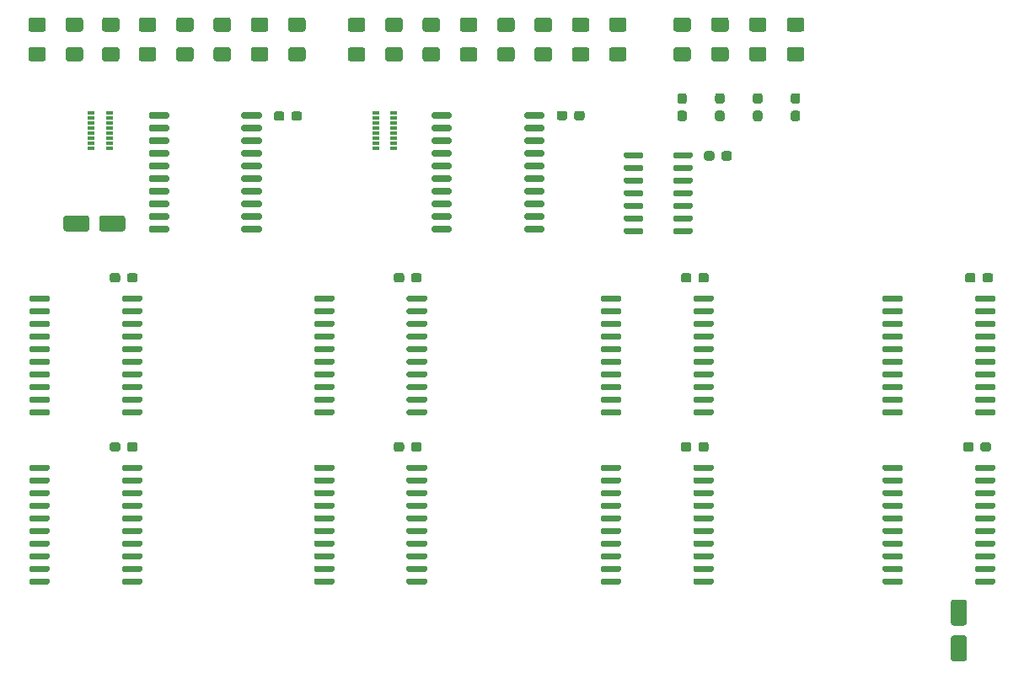
<source format=gtp>
G04 #@! TF.GenerationSoftware,KiCad,Pcbnew,(5.1.8)-1*
G04 #@! TF.CreationDate,2022-01-11T15:46:06-08:00*
G04 #@! TF.ProjectId,GPRModule,4750524d-6f64-4756-9c65-2e6b69636164,1.3*
G04 #@! TF.SameCoordinates,Original*
G04 #@! TF.FileFunction,Paste,Top*
G04 #@! TF.FilePolarity,Positive*
%FSLAX46Y46*%
G04 Gerber Fmt 4.6, Leading zero omitted, Abs format (unit mm)*
G04 Created by KiCad (PCBNEW (5.1.8)-1) date 2022-01-11 15:46:06*
%MOMM*%
%LPD*%
G01*
G04 APERTURE LIST*
%ADD10R,0.800000X0.300000*%
G04 APERTURE END LIST*
D10*
X101150000Y-71270000D03*
X101150000Y-70270000D03*
X101150000Y-70770000D03*
X101150000Y-69770000D03*
X101150000Y-69270000D03*
X101150000Y-68770000D03*
X99350000Y-71270000D03*
X99350000Y-70770000D03*
X99350000Y-70270000D03*
X99350000Y-69770000D03*
X99350000Y-69270000D03*
X99350000Y-68770000D03*
X101150000Y-71770000D03*
X99350000Y-71770000D03*
X101150000Y-68270000D03*
X99350000Y-68270000D03*
G36*
G01*
X102425000Y-104035000D02*
X102425000Y-103735000D01*
G75*
G02*
X102575000Y-103585000I150000J0D01*
G01*
X104325000Y-103585000D01*
G75*
G02*
X104475000Y-103735000I0J-150000D01*
G01*
X104475000Y-104035000D01*
G75*
G02*
X104325000Y-104185000I-150000J0D01*
G01*
X102575000Y-104185000D01*
G75*
G02*
X102425000Y-104035000I0J150000D01*
G01*
G37*
G36*
G01*
X102425000Y-105305000D02*
X102425000Y-105005000D01*
G75*
G02*
X102575000Y-104855000I150000J0D01*
G01*
X104325000Y-104855000D01*
G75*
G02*
X104475000Y-105005000I0J-150000D01*
G01*
X104475000Y-105305000D01*
G75*
G02*
X104325000Y-105455000I-150000J0D01*
G01*
X102575000Y-105455000D01*
G75*
G02*
X102425000Y-105305000I0J150000D01*
G01*
G37*
G36*
G01*
X102425000Y-106575000D02*
X102425000Y-106275000D01*
G75*
G02*
X102575000Y-106125000I150000J0D01*
G01*
X104325000Y-106125000D01*
G75*
G02*
X104475000Y-106275000I0J-150000D01*
G01*
X104475000Y-106575000D01*
G75*
G02*
X104325000Y-106725000I-150000J0D01*
G01*
X102575000Y-106725000D01*
G75*
G02*
X102425000Y-106575000I0J150000D01*
G01*
G37*
G36*
G01*
X102425000Y-107845000D02*
X102425000Y-107545000D01*
G75*
G02*
X102575000Y-107395000I150000J0D01*
G01*
X104325000Y-107395000D01*
G75*
G02*
X104475000Y-107545000I0J-150000D01*
G01*
X104475000Y-107845000D01*
G75*
G02*
X104325000Y-107995000I-150000J0D01*
G01*
X102575000Y-107995000D01*
G75*
G02*
X102425000Y-107845000I0J150000D01*
G01*
G37*
G36*
G01*
X102425000Y-109115000D02*
X102425000Y-108815000D01*
G75*
G02*
X102575000Y-108665000I150000J0D01*
G01*
X104325000Y-108665000D01*
G75*
G02*
X104475000Y-108815000I0J-150000D01*
G01*
X104475000Y-109115000D01*
G75*
G02*
X104325000Y-109265000I-150000J0D01*
G01*
X102575000Y-109265000D01*
G75*
G02*
X102425000Y-109115000I0J150000D01*
G01*
G37*
G36*
G01*
X102425000Y-110385000D02*
X102425000Y-110085000D01*
G75*
G02*
X102575000Y-109935000I150000J0D01*
G01*
X104325000Y-109935000D01*
G75*
G02*
X104475000Y-110085000I0J-150000D01*
G01*
X104475000Y-110385000D01*
G75*
G02*
X104325000Y-110535000I-150000J0D01*
G01*
X102575000Y-110535000D01*
G75*
G02*
X102425000Y-110385000I0J150000D01*
G01*
G37*
G36*
G01*
X102425000Y-111655000D02*
X102425000Y-111355000D01*
G75*
G02*
X102575000Y-111205000I150000J0D01*
G01*
X104325000Y-111205000D01*
G75*
G02*
X104475000Y-111355000I0J-150000D01*
G01*
X104475000Y-111655000D01*
G75*
G02*
X104325000Y-111805000I-150000J0D01*
G01*
X102575000Y-111805000D01*
G75*
G02*
X102425000Y-111655000I0J150000D01*
G01*
G37*
G36*
G01*
X102425000Y-112925000D02*
X102425000Y-112625000D01*
G75*
G02*
X102575000Y-112475000I150000J0D01*
G01*
X104325000Y-112475000D01*
G75*
G02*
X104475000Y-112625000I0J-150000D01*
G01*
X104475000Y-112925000D01*
G75*
G02*
X104325000Y-113075000I-150000J0D01*
G01*
X102575000Y-113075000D01*
G75*
G02*
X102425000Y-112925000I0J150000D01*
G01*
G37*
G36*
G01*
X102425000Y-114195000D02*
X102425000Y-113895000D01*
G75*
G02*
X102575000Y-113745000I150000J0D01*
G01*
X104325000Y-113745000D01*
G75*
G02*
X104475000Y-113895000I0J-150000D01*
G01*
X104475000Y-114195000D01*
G75*
G02*
X104325000Y-114345000I-150000J0D01*
G01*
X102575000Y-114345000D01*
G75*
G02*
X102425000Y-114195000I0J150000D01*
G01*
G37*
G36*
G01*
X102425000Y-115465000D02*
X102425000Y-115165000D01*
G75*
G02*
X102575000Y-115015000I150000J0D01*
G01*
X104325000Y-115015000D01*
G75*
G02*
X104475000Y-115165000I0J-150000D01*
G01*
X104475000Y-115465000D01*
G75*
G02*
X104325000Y-115615000I-150000J0D01*
G01*
X102575000Y-115615000D01*
G75*
G02*
X102425000Y-115465000I0J150000D01*
G01*
G37*
G36*
G01*
X93125000Y-115465000D02*
X93125000Y-115165000D01*
G75*
G02*
X93275000Y-115015000I150000J0D01*
G01*
X95025000Y-115015000D01*
G75*
G02*
X95175000Y-115165000I0J-150000D01*
G01*
X95175000Y-115465000D01*
G75*
G02*
X95025000Y-115615000I-150000J0D01*
G01*
X93275000Y-115615000D01*
G75*
G02*
X93125000Y-115465000I0J150000D01*
G01*
G37*
G36*
G01*
X93125000Y-114195000D02*
X93125000Y-113895000D01*
G75*
G02*
X93275000Y-113745000I150000J0D01*
G01*
X95025000Y-113745000D01*
G75*
G02*
X95175000Y-113895000I0J-150000D01*
G01*
X95175000Y-114195000D01*
G75*
G02*
X95025000Y-114345000I-150000J0D01*
G01*
X93275000Y-114345000D01*
G75*
G02*
X93125000Y-114195000I0J150000D01*
G01*
G37*
G36*
G01*
X93125000Y-112925000D02*
X93125000Y-112625000D01*
G75*
G02*
X93275000Y-112475000I150000J0D01*
G01*
X95025000Y-112475000D01*
G75*
G02*
X95175000Y-112625000I0J-150000D01*
G01*
X95175000Y-112925000D01*
G75*
G02*
X95025000Y-113075000I-150000J0D01*
G01*
X93275000Y-113075000D01*
G75*
G02*
X93125000Y-112925000I0J150000D01*
G01*
G37*
G36*
G01*
X93125000Y-111655000D02*
X93125000Y-111355000D01*
G75*
G02*
X93275000Y-111205000I150000J0D01*
G01*
X95025000Y-111205000D01*
G75*
G02*
X95175000Y-111355000I0J-150000D01*
G01*
X95175000Y-111655000D01*
G75*
G02*
X95025000Y-111805000I-150000J0D01*
G01*
X93275000Y-111805000D01*
G75*
G02*
X93125000Y-111655000I0J150000D01*
G01*
G37*
G36*
G01*
X93125000Y-110385000D02*
X93125000Y-110085000D01*
G75*
G02*
X93275000Y-109935000I150000J0D01*
G01*
X95025000Y-109935000D01*
G75*
G02*
X95175000Y-110085000I0J-150000D01*
G01*
X95175000Y-110385000D01*
G75*
G02*
X95025000Y-110535000I-150000J0D01*
G01*
X93275000Y-110535000D01*
G75*
G02*
X93125000Y-110385000I0J150000D01*
G01*
G37*
G36*
G01*
X93125000Y-109115000D02*
X93125000Y-108815000D01*
G75*
G02*
X93275000Y-108665000I150000J0D01*
G01*
X95025000Y-108665000D01*
G75*
G02*
X95175000Y-108815000I0J-150000D01*
G01*
X95175000Y-109115000D01*
G75*
G02*
X95025000Y-109265000I-150000J0D01*
G01*
X93275000Y-109265000D01*
G75*
G02*
X93125000Y-109115000I0J150000D01*
G01*
G37*
G36*
G01*
X93125000Y-107845000D02*
X93125000Y-107545000D01*
G75*
G02*
X93275000Y-107395000I150000J0D01*
G01*
X95025000Y-107395000D01*
G75*
G02*
X95175000Y-107545000I0J-150000D01*
G01*
X95175000Y-107845000D01*
G75*
G02*
X95025000Y-107995000I-150000J0D01*
G01*
X93275000Y-107995000D01*
G75*
G02*
X93125000Y-107845000I0J150000D01*
G01*
G37*
G36*
G01*
X93125000Y-106575000D02*
X93125000Y-106275000D01*
G75*
G02*
X93275000Y-106125000I150000J0D01*
G01*
X95025000Y-106125000D01*
G75*
G02*
X95175000Y-106275000I0J-150000D01*
G01*
X95175000Y-106575000D01*
G75*
G02*
X95025000Y-106725000I-150000J0D01*
G01*
X93275000Y-106725000D01*
G75*
G02*
X93125000Y-106575000I0J150000D01*
G01*
G37*
G36*
G01*
X93125000Y-105305000D02*
X93125000Y-105005000D01*
G75*
G02*
X93275000Y-104855000I150000J0D01*
G01*
X95025000Y-104855000D01*
G75*
G02*
X95175000Y-105005000I0J-150000D01*
G01*
X95175000Y-105305000D01*
G75*
G02*
X95025000Y-105455000I-150000J0D01*
G01*
X93275000Y-105455000D01*
G75*
G02*
X93125000Y-105305000I0J150000D01*
G01*
G37*
G36*
G01*
X93125000Y-104035000D02*
X93125000Y-103735000D01*
G75*
G02*
X93275000Y-103585000I150000J0D01*
G01*
X95025000Y-103585000D01*
G75*
G02*
X95175000Y-103735000I0J-150000D01*
G01*
X95175000Y-104035000D01*
G75*
G02*
X95025000Y-104185000I-150000J0D01*
G01*
X93275000Y-104185000D01*
G75*
G02*
X93125000Y-104035000I0J150000D01*
G01*
G37*
G36*
G01*
X100675000Y-61625000D02*
X101925000Y-61625000D01*
G75*
G02*
X102175000Y-61875000I0J-250000D01*
G01*
X102175000Y-62800000D01*
G75*
G02*
X101925000Y-63050000I-250000J0D01*
G01*
X100675000Y-63050000D01*
G75*
G02*
X100425000Y-62800000I0J250000D01*
G01*
X100425000Y-61875000D01*
G75*
G02*
X100675000Y-61625000I250000J0D01*
G01*
G37*
G36*
G01*
X100675000Y-58650000D02*
X101925000Y-58650000D01*
G75*
G02*
X102175000Y-58900000I0J-250000D01*
G01*
X102175000Y-59825000D01*
G75*
G02*
X101925000Y-60075000I-250000J0D01*
G01*
X100675000Y-60075000D01*
G75*
G02*
X100425000Y-59825000I0J250000D01*
G01*
X100425000Y-58900000D01*
G75*
G02*
X100675000Y-58650000I250000J0D01*
G01*
G37*
G36*
G01*
X188875000Y-85037500D02*
X188875000Y-84562500D01*
G75*
G02*
X189112500Y-84325000I237500J0D01*
G01*
X189687500Y-84325000D01*
G75*
G02*
X189925000Y-84562500I0J-237500D01*
G01*
X189925000Y-85037500D01*
G75*
G02*
X189687500Y-85275000I-237500J0D01*
G01*
X189112500Y-85275000D01*
G75*
G02*
X188875000Y-85037500I0J237500D01*
G01*
G37*
G36*
G01*
X187125000Y-85037500D02*
X187125000Y-84562500D01*
G75*
G02*
X187362500Y-84325000I237500J0D01*
G01*
X187937500Y-84325000D01*
G75*
G02*
X188175000Y-84562500I0J-237500D01*
G01*
X188175000Y-85037500D01*
G75*
G02*
X187937500Y-85275000I-237500J0D01*
G01*
X187362500Y-85275000D01*
G75*
G02*
X187125000Y-85037500I0J237500D01*
G01*
G37*
G36*
G01*
X186925000Y-102037500D02*
X186925000Y-101562500D01*
G75*
G02*
X187162500Y-101325000I237500J0D01*
G01*
X187737500Y-101325000D01*
G75*
G02*
X187975000Y-101562500I0J-237500D01*
G01*
X187975000Y-102037500D01*
G75*
G02*
X187737500Y-102275000I-237500J0D01*
G01*
X187162500Y-102275000D01*
G75*
G02*
X186925000Y-102037500I0J237500D01*
G01*
G37*
G36*
G01*
X188675000Y-102037500D02*
X188675000Y-101562500D01*
G75*
G02*
X188912500Y-101325000I237500J0D01*
G01*
X189487500Y-101325000D01*
G75*
G02*
X189725000Y-101562500I0J-237500D01*
G01*
X189725000Y-102037500D01*
G75*
G02*
X189487500Y-102275000I-237500J0D01*
G01*
X188912500Y-102275000D01*
G75*
G02*
X188675000Y-102037500I0J237500D01*
G01*
G37*
G36*
G01*
X158575000Y-102037500D02*
X158575000Y-101562500D01*
G75*
G02*
X158812500Y-101325000I237500J0D01*
G01*
X159387500Y-101325000D01*
G75*
G02*
X159625000Y-101562500I0J-237500D01*
G01*
X159625000Y-102037500D01*
G75*
G02*
X159387500Y-102275000I-237500J0D01*
G01*
X158812500Y-102275000D01*
G75*
G02*
X158575000Y-102037500I0J237500D01*
G01*
G37*
G36*
G01*
X160325000Y-102037500D02*
X160325000Y-101562500D01*
G75*
G02*
X160562500Y-101325000I237500J0D01*
G01*
X161137500Y-101325000D01*
G75*
G02*
X161375000Y-101562500I0J-237500D01*
G01*
X161375000Y-102037500D01*
G75*
G02*
X161137500Y-102275000I-237500J0D01*
G01*
X160562500Y-102275000D01*
G75*
G02*
X160325000Y-102037500I0J237500D01*
G01*
G37*
G36*
G01*
X160330000Y-85037500D02*
X160330000Y-84562500D01*
G75*
G02*
X160567500Y-84325000I237500J0D01*
G01*
X161142500Y-84325000D01*
G75*
G02*
X161380000Y-84562500I0J-237500D01*
G01*
X161380000Y-85037500D01*
G75*
G02*
X161142500Y-85275000I-237500J0D01*
G01*
X160567500Y-85275000D01*
G75*
G02*
X160330000Y-85037500I0J237500D01*
G01*
G37*
G36*
G01*
X158580000Y-85037500D02*
X158580000Y-84562500D01*
G75*
G02*
X158817500Y-84325000I237500J0D01*
G01*
X159392500Y-84325000D01*
G75*
G02*
X159630000Y-84562500I0J-237500D01*
G01*
X159630000Y-85037500D01*
G75*
G02*
X159392500Y-85275000I-237500J0D01*
G01*
X158817500Y-85275000D01*
G75*
G02*
X158580000Y-85037500I0J237500D01*
G01*
G37*
G36*
G01*
X129725000Y-102037500D02*
X129725000Y-101562500D01*
G75*
G02*
X129962500Y-101325000I237500J0D01*
G01*
X130537500Y-101325000D01*
G75*
G02*
X130775000Y-101562500I0J-237500D01*
G01*
X130775000Y-102037500D01*
G75*
G02*
X130537500Y-102275000I-237500J0D01*
G01*
X129962500Y-102275000D01*
G75*
G02*
X129725000Y-102037500I0J237500D01*
G01*
G37*
G36*
G01*
X131475000Y-102037500D02*
X131475000Y-101562500D01*
G75*
G02*
X131712500Y-101325000I237500J0D01*
G01*
X132287500Y-101325000D01*
G75*
G02*
X132525000Y-101562500I0J-237500D01*
G01*
X132525000Y-102037500D01*
G75*
G02*
X132287500Y-102275000I-237500J0D01*
G01*
X131712500Y-102275000D01*
G75*
G02*
X131475000Y-102037500I0J237500D01*
G01*
G37*
G36*
G01*
X131475000Y-85037500D02*
X131475000Y-84562500D01*
G75*
G02*
X131712500Y-84325000I237500J0D01*
G01*
X132287500Y-84325000D01*
G75*
G02*
X132525000Y-84562500I0J-237500D01*
G01*
X132525000Y-85037500D01*
G75*
G02*
X132287500Y-85275000I-237500J0D01*
G01*
X131712500Y-85275000D01*
G75*
G02*
X131475000Y-85037500I0J237500D01*
G01*
G37*
G36*
G01*
X129725000Y-85037500D02*
X129725000Y-84562500D01*
G75*
G02*
X129962500Y-84325000I237500J0D01*
G01*
X130537500Y-84325000D01*
G75*
G02*
X130775000Y-84562500I0J-237500D01*
G01*
X130775000Y-85037500D01*
G75*
G02*
X130537500Y-85275000I-237500J0D01*
G01*
X129962500Y-85275000D01*
G75*
G02*
X129725000Y-85037500I0J237500D01*
G01*
G37*
G36*
G01*
X101200000Y-102037500D02*
X101200000Y-101562500D01*
G75*
G02*
X101437500Y-101325000I237500J0D01*
G01*
X102012500Y-101325000D01*
G75*
G02*
X102250000Y-101562500I0J-237500D01*
G01*
X102250000Y-102037500D01*
G75*
G02*
X102012500Y-102275000I-237500J0D01*
G01*
X101437500Y-102275000D01*
G75*
G02*
X101200000Y-102037500I0J237500D01*
G01*
G37*
G36*
G01*
X102950000Y-102037500D02*
X102950000Y-101562500D01*
G75*
G02*
X103187500Y-101325000I237500J0D01*
G01*
X103762500Y-101325000D01*
G75*
G02*
X104000000Y-101562500I0J-237500D01*
G01*
X104000000Y-102037500D01*
G75*
G02*
X103762500Y-102275000I-237500J0D01*
G01*
X103187500Y-102275000D01*
G75*
G02*
X102950000Y-102037500I0J237500D01*
G01*
G37*
G36*
G01*
X101200000Y-85037500D02*
X101200000Y-84562500D01*
G75*
G02*
X101437500Y-84325000I237500J0D01*
G01*
X102012500Y-84325000D01*
G75*
G02*
X102250000Y-84562500I0J-237500D01*
G01*
X102250000Y-85037500D01*
G75*
G02*
X102012500Y-85275000I-237500J0D01*
G01*
X101437500Y-85275000D01*
G75*
G02*
X101200000Y-85037500I0J237500D01*
G01*
G37*
G36*
G01*
X102950000Y-85037500D02*
X102950000Y-84562500D01*
G75*
G02*
X103187500Y-84325000I237500J0D01*
G01*
X103762500Y-84325000D01*
G75*
G02*
X104000000Y-84562500I0J-237500D01*
G01*
X104000000Y-85037500D01*
G75*
G02*
X103762500Y-85275000I-237500J0D01*
G01*
X103187500Y-85275000D01*
G75*
G02*
X102950000Y-85037500I0J237500D01*
G01*
G37*
G36*
G01*
X118750000Y-68312500D02*
X118750000Y-68787500D01*
G75*
G02*
X118512500Y-69025000I-237500J0D01*
G01*
X117937500Y-69025000D01*
G75*
G02*
X117700000Y-68787500I0J237500D01*
G01*
X117700000Y-68312500D01*
G75*
G02*
X117937500Y-68075000I237500J0D01*
G01*
X118512500Y-68075000D01*
G75*
G02*
X118750000Y-68312500I0J-237500D01*
G01*
G37*
G36*
G01*
X120500000Y-68312500D02*
X120500000Y-68787500D01*
G75*
G02*
X120262500Y-69025000I-237500J0D01*
G01*
X119687500Y-69025000D01*
G75*
G02*
X119450000Y-68787500I0J237500D01*
G01*
X119450000Y-68312500D01*
G75*
G02*
X119687500Y-68075000I237500J0D01*
G01*
X120262500Y-68075000D01*
G75*
G02*
X120500000Y-68312500I0J-237500D01*
G01*
G37*
G36*
G01*
X148900000Y-68262500D02*
X148900000Y-68737500D01*
G75*
G02*
X148662500Y-68975000I-237500J0D01*
G01*
X148087500Y-68975000D01*
G75*
G02*
X147850000Y-68737500I0J237500D01*
G01*
X147850000Y-68262500D01*
G75*
G02*
X148087500Y-68025000I237500J0D01*
G01*
X148662500Y-68025000D01*
G75*
G02*
X148900000Y-68262500I0J-237500D01*
G01*
G37*
G36*
G01*
X147150000Y-68262500D02*
X147150000Y-68737500D01*
G75*
G02*
X146912500Y-68975000I-237500J0D01*
G01*
X146337500Y-68975000D01*
G75*
G02*
X146100000Y-68737500I0J237500D01*
G01*
X146100000Y-68262500D01*
G75*
G02*
X146337500Y-68025000I237500J0D01*
G01*
X146912500Y-68025000D01*
G75*
G02*
X147150000Y-68262500I0J-237500D01*
G01*
G37*
G36*
G01*
X161950000Y-72312500D02*
X161950000Y-72787500D01*
G75*
G02*
X161712500Y-73025000I-237500J0D01*
G01*
X161137500Y-73025000D01*
G75*
G02*
X160900000Y-72787500I0J237500D01*
G01*
X160900000Y-72312500D01*
G75*
G02*
X161137500Y-72075000I237500J0D01*
G01*
X161712500Y-72075000D01*
G75*
G02*
X161950000Y-72312500I0J-237500D01*
G01*
G37*
G36*
G01*
X163700000Y-72312500D02*
X163700000Y-72787500D01*
G75*
G02*
X163462500Y-73025000I-237500J0D01*
G01*
X162887500Y-73025000D01*
G75*
G02*
X162650000Y-72787500I0J237500D01*
G01*
X162650000Y-72312500D01*
G75*
G02*
X162887500Y-72075000I237500J0D01*
G01*
X163462500Y-72075000D01*
G75*
G02*
X163700000Y-72312500I0J-237500D01*
G01*
G37*
G36*
G01*
X151625000Y-58650000D02*
X152875000Y-58650000D01*
G75*
G02*
X153125000Y-58900000I0J-250000D01*
G01*
X153125000Y-59825000D01*
G75*
G02*
X152875000Y-60075000I-250000J0D01*
G01*
X151625000Y-60075000D01*
G75*
G02*
X151375000Y-59825000I0J250000D01*
G01*
X151375000Y-58900000D01*
G75*
G02*
X151625000Y-58650000I250000J0D01*
G01*
G37*
G36*
G01*
X151625000Y-61625000D02*
X152875000Y-61625000D01*
G75*
G02*
X153125000Y-61875000I0J-250000D01*
G01*
X153125000Y-62800000D01*
G75*
G02*
X152875000Y-63050000I-250000J0D01*
G01*
X151625000Y-63050000D01*
G75*
G02*
X151375000Y-62800000I0J250000D01*
G01*
X151375000Y-61875000D01*
G75*
G02*
X151625000Y-61625000I250000J0D01*
G01*
G37*
G36*
G01*
X147875000Y-58662500D02*
X149125000Y-58662500D01*
G75*
G02*
X149375000Y-58912500I0J-250000D01*
G01*
X149375000Y-59837500D01*
G75*
G02*
X149125000Y-60087500I-250000J0D01*
G01*
X147875000Y-60087500D01*
G75*
G02*
X147625000Y-59837500I0J250000D01*
G01*
X147625000Y-58912500D01*
G75*
G02*
X147875000Y-58662500I250000J0D01*
G01*
G37*
G36*
G01*
X147875000Y-61637500D02*
X149125000Y-61637500D01*
G75*
G02*
X149375000Y-61887500I0J-250000D01*
G01*
X149375000Y-62812500D01*
G75*
G02*
X149125000Y-63062500I-250000J0D01*
G01*
X147875000Y-63062500D01*
G75*
G02*
X147625000Y-62812500I0J250000D01*
G01*
X147625000Y-61887500D01*
G75*
G02*
X147875000Y-61637500I250000J0D01*
G01*
G37*
G36*
G01*
X144125000Y-61637500D02*
X145375000Y-61637500D01*
G75*
G02*
X145625000Y-61887500I0J-250000D01*
G01*
X145625000Y-62812500D01*
G75*
G02*
X145375000Y-63062500I-250000J0D01*
G01*
X144125000Y-63062500D01*
G75*
G02*
X143875000Y-62812500I0J250000D01*
G01*
X143875000Y-61887500D01*
G75*
G02*
X144125000Y-61637500I250000J0D01*
G01*
G37*
G36*
G01*
X144125000Y-58662500D02*
X145375000Y-58662500D01*
G75*
G02*
X145625000Y-58912500I0J-250000D01*
G01*
X145625000Y-59837500D01*
G75*
G02*
X145375000Y-60087500I-250000J0D01*
G01*
X144125000Y-60087500D01*
G75*
G02*
X143875000Y-59837500I0J250000D01*
G01*
X143875000Y-58912500D01*
G75*
G02*
X144125000Y-58662500I250000J0D01*
G01*
G37*
G36*
G01*
X140375000Y-61637500D02*
X141625000Y-61637500D01*
G75*
G02*
X141875000Y-61887500I0J-250000D01*
G01*
X141875000Y-62812500D01*
G75*
G02*
X141625000Y-63062500I-250000J0D01*
G01*
X140375000Y-63062500D01*
G75*
G02*
X140125000Y-62812500I0J250000D01*
G01*
X140125000Y-61887500D01*
G75*
G02*
X140375000Y-61637500I250000J0D01*
G01*
G37*
G36*
G01*
X140375000Y-58662500D02*
X141625000Y-58662500D01*
G75*
G02*
X141875000Y-58912500I0J-250000D01*
G01*
X141875000Y-59837500D01*
G75*
G02*
X141625000Y-60087500I-250000J0D01*
G01*
X140375000Y-60087500D01*
G75*
G02*
X140125000Y-59837500I0J250000D01*
G01*
X140125000Y-58912500D01*
G75*
G02*
X140375000Y-58662500I250000J0D01*
G01*
G37*
G36*
G01*
X136625000Y-58662500D02*
X137875000Y-58662500D01*
G75*
G02*
X138125000Y-58912500I0J-250000D01*
G01*
X138125000Y-59837500D01*
G75*
G02*
X137875000Y-60087500I-250000J0D01*
G01*
X136625000Y-60087500D01*
G75*
G02*
X136375000Y-59837500I0J250000D01*
G01*
X136375000Y-58912500D01*
G75*
G02*
X136625000Y-58662500I250000J0D01*
G01*
G37*
G36*
G01*
X136625000Y-61637500D02*
X137875000Y-61637500D01*
G75*
G02*
X138125000Y-61887500I0J-250000D01*
G01*
X138125000Y-62812500D01*
G75*
G02*
X137875000Y-63062500I-250000J0D01*
G01*
X136625000Y-63062500D01*
G75*
G02*
X136375000Y-62812500I0J250000D01*
G01*
X136375000Y-61887500D01*
G75*
G02*
X136625000Y-61637500I250000J0D01*
G01*
G37*
G36*
G01*
X132875000Y-58662500D02*
X134125000Y-58662500D01*
G75*
G02*
X134375000Y-58912500I0J-250000D01*
G01*
X134375000Y-59837500D01*
G75*
G02*
X134125000Y-60087500I-250000J0D01*
G01*
X132875000Y-60087500D01*
G75*
G02*
X132625000Y-59837500I0J250000D01*
G01*
X132625000Y-58912500D01*
G75*
G02*
X132875000Y-58662500I250000J0D01*
G01*
G37*
G36*
G01*
X132875000Y-61637500D02*
X134125000Y-61637500D01*
G75*
G02*
X134375000Y-61887500I0J-250000D01*
G01*
X134375000Y-62812500D01*
G75*
G02*
X134125000Y-63062500I-250000J0D01*
G01*
X132875000Y-63062500D01*
G75*
G02*
X132625000Y-62812500I0J250000D01*
G01*
X132625000Y-61887500D01*
G75*
G02*
X132875000Y-61637500I250000J0D01*
G01*
G37*
G36*
G01*
X129125000Y-61637500D02*
X130375000Y-61637500D01*
G75*
G02*
X130625000Y-61887500I0J-250000D01*
G01*
X130625000Y-62812500D01*
G75*
G02*
X130375000Y-63062500I-250000J0D01*
G01*
X129125000Y-63062500D01*
G75*
G02*
X128875000Y-62812500I0J250000D01*
G01*
X128875000Y-61887500D01*
G75*
G02*
X129125000Y-61637500I250000J0D01*
G01*
G37*
G36*
G01*
X129125000Y-58662500D02*
X130375000Y-58662500D01*
G75*
G02*
X130625000Y-58912500I0J-250000D01*
G01*
X130625000Y-59837500D01*
G75*
G02*
X130375000Y-60087500I-250000J0D01*
G01*
X129125000Y-60087500D01*
G75*
G02*
X128875000Y-59837500I0J250000D01*
G01*
X128875000Y-58912500D01*
G75*
G02*
X129125000Y-58662500I250000J0D01*
G01*
G37*
G36*
G01*
X125375000Y-58662500D02*
X126625000Y-58662500D01*
G75*
G02*
X126875000Y-58912500I0J-250000D01*
G01*
X126875000Y-59837500D01*
G75*
G02*
X126625000Y-60087500I-250000J0D01*
G01*
X125375000Y-60087500D01*
G75*
G02*
X125125000Y-59837500I0J250000D01*
G01*
X125125000Y-58912500D01*
G75*
G02*
X125375000Y-58662500I250000J0D01*
G01*
G37*
G36*
G01*
X125375000Y-61637500D02*
X126625000Y-61637500D01*
G75*
G02*
X126875000Y-61887500I0J-250000D01*
G01*
X126875000Y-62812500D01*
G75*
G02*
X126625000Y-63062500I-250000J0D01*
G01*
X125375000Y-63062500D01*
G75*
G02*
X125125000Y-62812500I0J250000D01*
G01*
X125125000Y-61887500D01*
G75*
G02*
X125375000Y-61637500I250000J0D01*
G01*
G37*
G36*
G01*
X119375000Y-61625000D02*
X120625000Y-61625000D01*
G75*
G02*
X120875000Y-61875000I0J-250000D01*
G01*
X120875000Y-62800000D01*
G75*
G02*
X120625000Y-63050000I-250000J0D01*
G01*
X119375000Y-63050000D01*
G75*
G02*
X119125000Y-62800000I0J250000D01*
G01*
X119125000Y-61875000D01*
G75*
G02*
X119375000Y-61625000I250000J0D01*
G01*
G37*
G36*
G01*
X119375000Y-58650000D02*
X120625000Y-58650000D01*
G75*
G02*
X120875000Y-58900000I0J-250000D01*
G01*
X120875000Y-59825000D01*
G75*
G02*
X120625000Y-60075000I-250000J0D01*
G01*
X119375000Y-60075000D01*
G75*
G02*
X119125000Y-59825000I0J250000D01*
G01*
X119125000Y-58900000D01*
G75*
G02*
X119375000Y-58650000I250000J0D01*
G01*
G37*
G36*
G01*
X115625000Y-61625000D02*
X116875000Y-61625000D01*
G75*
G02*
X117125000Y-61875000I0J-250000D01*
G01*
X117125000Y-62800000D01*
G75*
G02*
X116875000Y-63050000I-250000J0D01*
G01*
X115625000Y-63050000D01*
G75*
G02*
X115375000Y-62800000I0J250000D01*
G01*
X115375000Y-61875000D01*
G75*
G02*
X115625000Y-61625000I250000J0D01*
G01*
G37*
G36*
G01*
X115625000Y-58650000D02*
X116875000Y-58650000D01*
G75*
G02*
X117125000Y-58900000I0J-250000D01*
G01*
X117125000Y-59825000D01*
G75*
G02*
X116875000Y-60075000I-250000J0D01*
G01*
X115625000Y-60075000D01*
G75*
G02*
X115375000Y-59825000I0J250000D01*
G01*
X115375000Y-58900000D01*
G75*
G02*
X115625000Y-58650000I250000J0D01*
G01*
G37*
G36*
G01*
X111875000Y-58650000D02*
X113125000Y-58650000D01*
G75*
G02*
X113375000Y-58900000I0J-250000D01*
G01*
X113375000Y-59825000D01*
G75*
G02*
X113125000Y-60075000I-250000J0D01*
G01*
X111875000Y-60075000D01*
G75*
G02*
X111625000Y-59825000I0J250000D01*
G01*
X111625000Y-58900000D01*
G75*
G02*
X111875000Y-58650000I250000J0D01*
G01*
G37*
G36*
G01*
X111875000Y-61625000D02*
X113125000Y-61625000D01*
G75*
G02*
X113375000Y-61875000I0J-250000D01*
G01*
X113375000Y-62800000D01*
G75*
G02*
X113125000Y-63050000I-250000J0D01*
G01*
X111875000Y-63050000D01*
G75*
G02*
X111625000Y-62800000I0J250000D01*
G01*
X111625000Y-61875000D01*
G75*
G02*
X111875000Y-61625000I250000J0D01*
G01*
G37*
G36*
G01*
X108125000Y-61625000D02*
X109375000Y-61625000D01*
G75*
G02*
X109625000Y-61875000I0J-250000D01*
G01*
X109625000Y-62800000D01*
G75*
G02*
X109375000Y-63050000I-250000J0D01*
G01*
X108125000Y-63050000D01*
G75*
G02*
X107875000Y-62800000I0J250000D01*
G01*
X107875000Y-61875000D01*
G75*
G02*
X108125000Y-61625000I250000J0D01*
G01*
G37*
G36*
G01*
X108125000Y-58650000D02*
X109375000Y-58650000D01*
G75*
G02*
X109625000Y-58900000I0J-250000D01*
G01*
X109625000Y-59825000D01*
G75*
G02*
X109375000Y-60075000I-250000J0D01*
G01*
X108125000Y-60075000D01*
G75*
G02*
X107875000Y-59825000I0J250000D01*
G01*
X107875000Y-58900000D01*
G75*
G02*
X108125000Y-58650000I250000J0D01*
G01*
G37*
G36*
G01*
X104375000Y-58650000D02*
X105625000Y-58650000D01*
G75*
G02*
X105875000Y-58900000I0J-250000D01*
G01*
X105875000Y-59825000D01*
G75*
G02*
X105625000Y-60075000I-250000J0D01*
G01*
X104375000Y-60075000D01*
G75*
G02*
X104125000Y-59825000I0J250000D01*
G01*
X104125000Y-58900000D01*
G75*
G02*
X104375000Y-58650000I250000J0D01*
G01*
G37*
G36*
G01*
X104375000Y-61625000D02*
X105625000Y-61625000D01*
G75*
G02*
X105875000Y-61875000I0J-250000D01*
G01*
X105875000Y-62800000D01*
G75*
G02*
X105625000Y-63050000I-250000J0D01*
G01*
X104375000Y-63050000D01*
G75*
G02*
X104125000Y-62800000I0J250000D01*
G01*
X104125000Y-61875000D01*
G75*
G02*
X104375000Y-61625000I250000J0D01*
G01*
G37*
G36*
G01*
X97025000Y-58650000D02*
X98275000Y-58650000D01*
G75*
G02*
X98525000Y-58900000I0J-250000D01*
G01*
X98525000Y-59825000D01*
G75*
G02*
X98275000Y-60075000I-250000J0D01*
G01*
X97025000Y-60075000D01*
G75*
G02*
X96775000Y-59825000I0J250000D01*
G01*
X96775000Y-58900000D01*
G75*
G02*
X97025000Y-58650000I250000J0D01*
G01*
G37*
G36*
G01*
X97025000Y-61625000D02*
X98275000Y-61625000D01*
G75*
G02*
X98525000Y-61875000I0J-250000D01*
G01*
X98525000Y-62800000D01*
G75*
G02*
X98275000Y-63050000I-250000J0D01*
G01*
X97025000Y-63050000D01*
G75*
G02*
X96775000Y-62800000I0J250000D01*
G01*
X96775000Y-61875000D01*
G75*
G02*
X97025000Y-61625000I250000J0D01*
G01*
G37*
G36*
G01*
X93275000Y-61625000D02*
X94525000Y-61625000D01*
G75*
G02*
X94775000Y-61875000I0J-250000D01*
G01*
X94775000Y-62800000D01*
G75*
G02*
X94525000Y-63050000I-250000J0D01*
G01*
X93275000Y-63050000D01*
G75*
G02*
X93025000Y-62800000I0J250000D01*
G01*
X93025000Y-61875000D01*
G75*
G02*
X93275000Y-61625000I250000J0D01*
G01*
G37*
G36*
G01*
X93275000Y-58650000D02*
X94525000Y-58650000D01*
G75*
G02*
X94775000Y-58900000I0J-250000D01*
G01*
X94775000Y-59825000D01*
G75*
G02*
X94525000Y-60075000I-250000J0D01*
G01*
X93275000Y-60075000D01*
G75*
G02*
X93025000Y-59825000I0J250000D01*
G01*
X93025000Y-58900000D01*
G75*
G02*
X93275000Y-58650000I250000J0D01*
G01*
G37*
G36*
G01*
X170725000Y-60062500D02*
X169475000Y-60062500D01*
G75*
G02*
X169225000Y-59812500I0J250000D01*
G01*
X169225000Y-58887500D01*
G75*
G02*
X169475000Y-58637500I250000J0D01*
G01*
X170725000Y-58637500D01*
G75*
G02*
X170975000Y-58887500I0J-250000D01*
G01*
X170975000Y-59812500D01*
G75*
G02*
X170725000Y-60062500I-250000J0D01*
G01*
G37*
G36*
G01*
X170725000Y-63037500D02*
X169475000Y-63037500D01*
G75*
G02*
X169225000Y-62787500I0J250000D01*
G01*
X169225000Y-61862500D01*
G75*
G02*
X169475000Y-61612500I250000J0D01*
G01*
X170725000Y-61612500D01*
G75*
G02*
X170975000Y-61862500I0J-250000D01*
G01*
X170975000Y-62787500D01*
G75*
G02*
X170725000Y-63037500I-250000J0D01*
G01*
G37*
G36*
G01*
X166925000Y-63037500D02*
X165675000Y-63037500D01*
G75*
G02*
X165425000Y-62787500I0J250000D01*
G01*
X165425000Y-61862500D01*
G75*
G02*
X165675000Y-61612500I250000J0D01*
G01*
X166925000Y-61612500D01*
G75*
G02*
X167175000Y-61862500I0J-250000D01*
G01*
X167175000Y-62787500D01*
G75*
G02*
X166925000Y-63037500I-250000J0D01*
G01*
G37*
G36*
G01*
X166925000Y-60062500D02*
X165675000Y-60062500D01*
G75*
G02*
X165425000Y-59812500I0J250000D01*
G01*
X165425000Y-58887500D01*
G75*
G02*
X165675000Y-58637500I250000J0D01*
G01*
X166925000Y-58637500D01*
G75*
G02*
X167175000Y-58887500I0J-250000D01*
G01*
X167175000Y-59812500D01*
G75*
G02*
X166925000Y-60062500I-250000J0D01*
G01*
G37*
G36*
G01*
X163125000Y-60062500D02*
X161875000Y-60062500D01*
G75*
G02*
X161625000Y-59812500I0J250000D01*
G01*
X161625000Y-58887500D01*
G75*
G02*
X161875000Y-58637500I250000J0D01*
G01*
X163125000Y-58637500D01*
G75*
G02*
X163375000Y-58887500I0J-250000D01*
G01*
X163375000Y-59812500D01*
G75*
G02*
X163125000Y-60062500I-250000J0D01*
G01*
G37*
G36*
G01*
X163125000Y-63037500D02*
X161875000Y-63037500D01*
G75*
G02*
X161625000Y-62787500I0J250000D01*
G01*
X161625000Y-61862500D01*
G75*
G02*
X161875000Y-61612500I250000J0D01*
G01*
X163125000Y-61612500D01*
G75*
G02*
X163375000Y-61862500I0J-250000D01*
G01*
X163375000Y-62787500D01*
G75*
G02*
X163125000Y-63037500I-250000J0D01*
G01*
G37*
G36*
G01*
X158075000Y-58647500D02*
X159325000Y-58647500D01*
G75*
G02*
X159575000Y-58897500I0J-250000D01*
G01*
X159575000Y-59822500D01*
G75*
G02*
X159325000Y-60072500I-250000J0D01*
G01*
X158075000Y-60072500D01*
G75*
G02*
X157825000Y-59822500I0J250000D01*
G01*
X157825000Y-58897500D01*
G75*
G02*
X158075000Y-58647500I250000J0D01*
G01*
G37*
G36*
G01*
X158075000Y-61622500D02*
X159325000Y-61622500D01*
G75*
G02*
X159575000Y-61872500I0J-250000D01*
G01*
X159575000Y-62797500D01*
G75*
G02*
X159325000Y-63047500I-250000J0D01*
G01*
X158075000Y-63047500D01*
G75*
G02*
X157825000Y-62797500I0J250000D01*
G01*
X157825000Y-61872500D01*
G75*
G02*
X158075000Y-61622500I250000J0D01*
G01*
G37*
G36*
G01*
X170327500Y-69060000D02*
X169852500Y-69060000D01*
G75*
G02*
X169615000Y-68822500I0J237500D01*
G01*
X169615000Y-68247500D01*
G75*
G02*
X169852500Y-68010000I237500J0D01*
G01*
X170327500Y-68010000D01*
G75*
G02*
X170565000Y-68247500I0J-237500D01*
G01*
X170565000Y-68822500D01*
G75*
G02*
X170327500Y-69060000I-237500J0D01*
G01*
G37*
G36*
G01*
X170327500Y-67310000D02*
X169852500Y-67310000D01*
G75*
G02*
X169615000Y-67072500I0J237500D01*
G01*
X169615000Y-66497500D01*
G75*
G02*
X169852500Y-66260000I237500J0D01*
G01*
X170327500Y-66260000D01*
G75*
G02*
X170565000Y-66497500I0J-237500D01*
G01*
X170565000Y-67072500D01*
G75*
G02*
X170327500Y-67310000I-237500J0D01*
G01*
G37*
G36*
G01*
X166527500Y-67310000D02*
X166052500Y-67310000D01*
G75*
G02*
X165815000Y-67072500I0J237500D01*
G01*
X165815000Y-66497500D01*
G75*
G02*
X166052500Y-66260000I237500J0D01*
G01*
X166527500Y-66260000D01*
G75*
G02*
X166765000Y-66497500I0J-237500D01*
G01*
X166765000Y-67072500D01*
G75*
G02*
X166527500Y-67310000I-237500J0D01*
G01*
G37*
G36*
G01*
X166527500Y-69060000D02*
X166052500Y-69060000D01*
G75*
G02*
X165815000Y-68822500I0J237500D01*
G01*
X165815000Y-68247500D01*
G75*
G02*
X166052500Y-68010000I237500J0D01*
G01*
X166527500Y-68010000D01*
G75*
G02*
X166765000Y-68247500I0J-237500D01*
G01*
X166765000Y-68822500D01*
G75*
G02*
X166527500Y-69060000I-237500J0D01*
G01*
G37*
G36*
G01*
X162727500Y-69060000D02*
X162252500Y-69060000D01*
G75*
G02*
X162015000Y-68822500I0J237500D01*
G01*
X162015000Y-68247500D01*
G75*
G02*
X162252500Y-68010000I237500J0D01*
G01*
X162727500Y-68010000D01*
G75*
G02*
X162965000Y-68247500I0J-237500D01*
G01*
X162965000Y-68822500D01*
G75*
G02*
X162727500Y-69060000I-237500J0D01*
G01*
G37*
G36*
G01*
X162727500Y-67310000D02*
X162252500Y-67310000D01*
G75*
G02*
X162015000Y-67072500I0J237500D01*
G01*
X162015000Y-66497500D01*
G75*
G02*
X162252500Y-66260000I237500J0D01*
G01*
X162727500Y-66260000D01*
G75*
G02*
X162965000Y-66497500I0J-237500D01*
G01*
X162965000Y-67072500D01*
G75*
G02*
X162727500Y-67310000I-237500J0D01*
G01*
G37*
G36*
G01*
X158927500Y-67310000D02*
X158452500Y-67310000D01*
G75*
G02*
X158215000Y-67072500I0J237500D01*
G01*
X158215000Y-66497500D01*
G75*
G02*
X158452500Y-66260000I237500J0D01*
G01*
X158927500Y-66260000D01*
G75*
G02*
X159165000Y-66497500I0J-237500D01*
G01*
X159165000Y-67072500D01*
G75*
G02*
X158927500Y-67310000I-237500J0D01*
G01*
G37*
G36*
G01*
X158927500Y-69060000D02*
X158452500Y-69060000D01*
G75*
G02*
X158215000Y-68822500I0J237500D01*
G01*
X158215000Y-68247500D01*
G75*
G02*
X158452500Y-68010000I237500J0D01*
G01*
X158927500Y-68010000D01*
G75*
G02*
X159165000Y-68247500I0J-237500D01*
G01*
X159165000Y-68822500D01*
G75*
G02*
X158927500Y-69060000I-237500J0D01*
G01*
G37*
X127900000Y-68250000D03*
X129700000Y-68250000D03*
X127900000Y-71750000D03*
X129700000Y-71750000D03*
X127900000Y-68750000D03*
X127900000Y-69250000D03*
X127900000Y-69750000D03*
X127900000Y-70250000D03*
X127900000Y-70750000D03*
X127900000Y-71250000D03*
X129700000Y-68750000D03*
X129700000Y-69250000D03*
X129700000Y-69750000D03*
X129700000Y-70750000D03*
X129700000Y-70250000D03*
X129700000Y-71250000D03*
G36*
G01*
X178825000Y-87035000D02*
X178825000Y-86735000D01*
G75*
G02*
X178975000Y-86585000I150000J0D01*
G01*
X180725000Y-86585000D01*
G75*
G02*
X180875000Y-86735000I0J-150000D01*
G01*
X180875000Y-87035000D01*
G75*
G02*
X180725000Y-87185000I-150000J0D01*
G01*
X178975000Y-87185000D01*
G75*
G02*
X178825000Y-87035000I0J150000D01*
G01*
G37*
G36*
G01*
X178825000Y-88305000D02*
X178825000Y-88005000D01*
G75*
G02*
X178975000Y-87855000I150000J0D01*
G01*
X180725000Y-87855000D01*
G75*
G02*
X180875000Y-88005000I0J-150000D01*
G01*
X180875000Y-88305000D01*
G75*
G02*
X180725000Y-88455000I-150000J0D01*
G01*
X178975000Y-88455000D01*
G75*
G02*
X178825000Y-88305000I0J150000D01*
G01*
G37*
G36*
G01*
X178825000Y-89575000D02*
X178825000Y-89275000D01*
G75*
G02*
X178975000Y-89125000I150000J0D01*
G01*
X180725000Y-89125000D01*
G75*
G02*
X180875000Y-89275000I0J-150000D01*
G01*
X180875000Y-89575000D01*
G75*
G02*
X180725000Y-89725000I-150000J0D01*
G01*
X178975000Y-89725000D01*
G75*
G02*
X178825000Y-89575000I0J150000D01*
G01*
G37*
G36*
G01*
X178825000Y-90845000D02*
X178825000Y-90545000D01*
G75*
G02*
X178975000Y-90395000I150000J0D01*
G01*
X180725000Y-90395000D01*
G75*
G02*
X180875000Y-90545000I0J-150000D01*
G01*
X180875000Y-90845000D01*
G75*
G02*
X180725000Y-90995000I-150000J0D01*
G01*
X178975000Y-90995000D01*
G75*
G02*
X178825000Y-90845000I0J150000D01*
G01*
G37*
G36*
G01*
X178825000Y-92115000D02*
X178825000Y-91815000D01*
G75*
G02*
X178975000Y-91665000I150000J0D01*
G01*
X180725000Y-91665000D01*
G75*
G02*
X180875000Y-91815000I0J-150000D01*
G01*
X180875000Y-92115000D01*
G75*
G02*
X180725000Y-92265000I-150000J0D01*
G01*
X178975000Y-92265000D01*
G75*
G02*
X178825000Y-92115000I0J150000D01*
G01*
G37*
G36*
G01*
X178825000Y-93385000D02*
X178825000Y-93085000D01*
G75*
G02*
X178975000Y-92935000I150000J0D01*
G01*
X180725000Y-92935000D01*
G75*
G02*
X180875000Y-93085000I0J-150000D01*
G01*
X180875000Y-93385000D01*
G75*
G02*
X180725000Y-93535000I-150000J0D01*
G01*
X178975000Y-93535000D01*
G75*
G02*
X178825000Y-93385000I0J150000D01*
G01*
G37*
G36*
G01*
X178825000Y-94655000D02*
X178825000Y-94355000D01*
G75*
G02*
X178975000Y-94205000I150000J0D01*
G01*
X180725000Y-94205000D01*
G75*
G02*
X180875000Y-94355000I0J-150000D01*
G01*
X180875000Y-94655000D01*
G75*
G02*
X180725000Y-94805000I-150000J0D01*
G01*
X178975000Y-94805000D01*
G75*
G02*
X178825000Y-94655000I0J150000D01*
G01*
G37*
G36*
G01*
X178825000Y-95925000D02*
X178825000Y-95625000D01*
G75*
G02*
X178975000Y-95475000I150000J0D01*
G01*
X180725000Y-95475000D01*
G75*
G02*
X180875000Y-95625000I0J-150000D01*
G01*
X180875000Y-95925000D01*
G75*
G02*
X180725000Y-96075000I-150000J0D01*
G01*
X178975000Y-96075000D01*
G75*
G02*
X178825000Y-95925000I0J150000D01*
G01*
G37*
G36*
G01*
X178825000Y-97195000D02*
X178825000Y-96895000D01*
G75*
G02*
X178975000Y-96745000I150000J0D01*
G01*
X180725000Y-96745000D01*
G75*
G02*
X180875000Y-96895000I0J-150000D01*
G01*
X180875000Y-97195000D01*
G75*
G02*
X180725000Y-97345000I-150000J0D01*
G01*
X178975000Y-97345000D01*
G75*
G02*
X178825000Y-97195000I0J150000D01*
G01*
G37*
G36*
G01*
X178825000Y-98465000D02*
X178825000Y-98165000D01*
G75*
G02*
X178975000Y-98015000I150000J0D01*
G01*
X180725000Y-98015000D01*
G75*
G02*
X180875000Y-98165000I0J-150000D01*
G01*
X180875000Y-98465000D01*
G75*
G02*
X180725000Y-98615000I-150000J0D01*
G01*
X178975000Y-98615000D01*
G75*
G02*
X178825000Y-98465000I0J150000D01*
G01*
G37*
G36*
G01*
X188125000Y-98465000D02*
X188125000Y-98165000D01*
G75*
G02*
X188275000Y-98015000I150000J0D01*
G01*
X190025000Y-98015000D01*
G75*
G02*
X190175000Y-98165000I0J-150000D01*
G01*
X190175000Y-98465000D01*
G75*
G02*
X190025000Y-98615000I-150000J0D01*
G01*
X188275000Y-98615000D01*
G75*
G02*
X188125000Y-98465000I0J150000D01*
G01*
G37*
G36*
G01*
X188125000Y-97195000D02*
X188125000Y-96895000D01*
G75*
G02*
X188275000Y-96745000I150000J0D01*
G01*
X190025000Y-96745000D01*
G75*
G02*
X190175000Y-96895000I0J-150000D01*
G01*
X190175000Y-97195000D01*
G75*
G02*
X190025000Y-97345000I-150000J0D01*
G01*
X188275000Y-97345000D01*
G75*
G02*
X188125000Y-97195000I0J150000D01*
G01*
G37*
G36*
G01*
X188125000Y-95925000D02*
X188125000Y-95625000D01*
G75*
G02*
X188275000Y-95475000I150000J0D01*
G01*
X190025000Y-95475000D01*
G75*
G02*
X190175000Y-95625000I0J-150000D01*
G01*
X190175000Y-95925000D01*
G75*
G02*
X190025000Y-96075000I-150000J0D01*
G01*
X188275000Y-96075000D01*
G75*
G02*
X188125000Y-95925000I0J150000D01*
G01*
G37*
G36*
G01*
X188125000Y-94655000D02*
X188125000Y-94355000D01*
G75*
G02*
X188275000Y-94205000I150000J0D01*
G01*
X190025000Y-94205000D01*
G75*
G02*
X190175000Y-94355000I0J-150000D01*
G01*
X190175000Y-94655000D01*
G75*
G02*
X190025000Y-94805000I-150000J0D01*
G01*
X188275000Y-94805000D01*
G75*
G02*
X188125000Y-94655000I0J150000D01*
G01*
G37*
G36*
G01*
X188125000Y-93385000D02*
X188125000Y-93085000D01*
G75*
G02*
X188275000Y-92935000I150000J0D01*
G01*
X190025000Y-92935000D01*
G75*
G02*
X190175000Y-93085000I0J-150000D01*
G01*
X190175000Y-93385000D01*
G75*
G02*
X190025000Y-93535000I-150000J0D01*
G01*
X188275000Y-93535000D01*
G75*
G02*
X188125000Y-93385000I0J150000D01*
G01*
G37*
G36*
G01*
X188125000Y-92115000D02*
X188125000Y-91815000D01*
G75*
G02*
X188275000Y-91665000I150000J0D01*
G01*
X190025000Y-91665000D01*
G75*
G02*
X190175000Y-91815000I0J-150000D01*
G01*
X190175000Y-92115000D01*
G75*
G02*
X190025000Y-92265000I-150000J0D01*
G01*
X188275000Y-92265000D01*
G75*
G02*
X188125000Y-92115000I0J150000D01*
G01*
G37*
G36*
G01*
X188125000Y-90845000D02*
X188125000Y-90545000D01*
G75*
G02*
X188275000Y-90395000I150000J0D01*
G01*
X190025000Y-90395000D01*
G75*
G02*
X190175000Y-90545000I0J-150000D01*
G01*
X190175000Y-90845000D01*
G75*
G02*
X190025000Y-90995000I-150000J0D01*
G01*
X188275000Y-90995000D01*
G75*
G02*
X188125000Y-90845000I0J150000D01*
G01*
G37*
G36*
G01*
X188125000Y-89575000D02*
X188125000Y-89275000D01*
G75*
G02*
X188275000Y-89125000I150000J0D01*
G01*
X190025000Y-89125000D01*
G75*
G02*
X190175000Y-89275000I0J-150000D01*
G01*
X190175000Y-89575000D01*
G75*
G02*
X190025000Y-89725000I-150000J0D01*
G01*
X188275000Y-89725000D01*
G75*
G02*
X188125000Y-89575000I0J150000D01*
G01*
G37*
G36*
G01*
X188125000Y-88305000D02*
X188125000Y-88005000D01*
G75*
G02*
X188275000Y-87855000I150000J0D01*
G01*
X190025000Y-87855000D01*
G75*
G02*
X190175000Y-88005000I0J-150000D01*
G01*
X190175000Y-88305000D01*
G75*
G02*
X190025000Y-88455000I-150000J0D01*
G01*
X188275000Y-88455000D01*
G75*
G02*
X188125000Y-88305000I0J150000D01*
G01*
G37*
G36*
G01*
X188125000Y-87035000D02*
X188125000Y-86735000D01*
G75*
G02*
X188275000Y-86585000I150000J0D01*
G01*
X190025000Y-86585000D01*
G75*
G02*
X190175000Y-86735000I0J-150000D01*
G01*
X190175000Y-87035000D01*
G75*
G02*
X190025000Y-87185000I-150000J0D01*
G01*
X188275000Y-87185000D01*
G75*
G02*
X188125000Y-87035000I0J150000D01*
G01*
G37*
G36*
G01*
X188125000Y-104035000D02*
X188125000Y-103735000D01*
G75*
G02*
X188275000Y-103585000I150000J0D01*
G01*
X190025000Y-103585000D01*
G75*
G02*
X190175000Y-103735000I0J-150000D01*
G01*
X190175000Y-104035000D01*
G75*
G02*
X190025000Y-104185000I-150000J0D01*
G01*
X188275000Y-104185000D01*
G75*
G02*
X188125000Y-104035000I0J150000D01*
G01*
G37*
G36*
G01*
X188125000Y-105305000D02*
X188125000Y-105005000D01*
G75*
G02*
X188275000Y-104855000I150000J0D01*
G01*
X190025000Y-104855000D01*
G75*
G02*
X190175000Y-105005000I0J-150000D01*
G01*
X190175000Y-105305000D01*
G75*
G02*
X190025000Y-105455000I-150000J0D01*
G01*
X188275000Y-105455000D01*
G75*
G02*
X188125000Y-105305000I0J150000D01*
G01*
G37*
G36*
G01*
X188125000Y-106575000D02*
X188125000Y-106275000D01*
G75*
G02*
X188275000Y-106125000I150000J0D01*
G01*
X190025000Y-106125000D01*
G75*
G02*
X190175000Y-106275000I0J-150000D01*
G01*
X190175000Y-106575000D01*
G75*
G02*
X190025000Y-106725000I-150000J0D01*
G01*
X188275000Y-106725000D01*
G75*
G02*
X188125000Y-106575000I0J150000D01*
G01*
G37*
G36*
G01*
X188125000Y-107845000D02*
X188125000Y-107545000D01*
G75*
G02*
X188275000Y-107395000I150000J0D01*
G01*
X190025000Y-107395000D01*
G75*
G02*
X190175000Y-107545000I0J-150000D01*
G01*
X190175000Y-107845000D01*
G75*
G02*
X190025000Y-107995000I-150000J0D01*
G01*
X188275000Y-107995000D01*
G75*
G02*
X188125000Y-107845000I0J150000D01*
G01*
G37*
G36*
G01*
X188125000Y-109115000D02*
X188125000Y-108815000D01*
G75*
G02*
X188275000Y-108665000I150000J0D01*
G01*
X190025000Y-108665000D01*
G75*
G02*
X190175000Y-108815000I0J-150000D01*
G01*
X190175000Y-109115000D01*
G75*
G02*
X190025000Y-109265000I-150000J0D01*
G01*
X188275000Y-109265000D01*
G75*
G02*
X188125000Y-109115000I0J150000D01*
G01*
G37*
G36*
G01*
X188125000Y-110385000D02*
X188125000Y-110085000D01*
G75*
G02*
X188275000Y-109935000I150000J0D01*
G01*
X190025000Y-109935000D01*
G75*
G02*
X190175000Y-110085000I0J-150000D01*
G01*
X190175000Y-110385000D01*
G75*
G02*
X190025000Y-110535000I-150000J0D01*
G01*
X188275000Y-110535000D01*
G75*
G02*
X188125000Y-110385000I0J150000D01*
G01*
G37*
G36*
G01*
X188125000Y-111655000D02*
X188125000Y-111355000D01*
G75*
G02*
X188275000Y-111205000I150000J0D01*
G01*
X190025000Y-111205000D01*
G75*
G02*
X190175000Y-111355000I0J-150000D01*
G01*
X190175000Y-111655000D01*
G75*
G02*
X190025000Y-111805000I-150000J0D01*
G01*
X188275000Y-111805000D01*
G75*
G02*
X188125000Y-111655000I0J150000D01*
G01*
G37*
G36*
G01*
X188125000Y-112925000D02*
X188125000Y-112625000D01*
G75*
G02*
X188275000Y-112475000I150000J0D01*
G01*
X190025000Y-112475000D01*
G75*
G02*
X190175000Y-112625000I0J-150000D01*
G01*
X190175000Y-112925000D01*
G75*
G02*
X190025000Y-113075000I-150000J0D01*
G01*
X188275000Y-113075000D01*
G75*
G02*
X188125000Y-112925000I0J150000D01*
G01*
G37*
G36*
G01*
X188125000Y-114195000D02*
X188125000Y-113895000D01*
G75*
G02*
X188275000Y-113745000I150000J0D01*
G01*
X190025000Y-113745000D01*
G75*
G02*
X190175000Y-113895000I0J-150000D01*
G01*
X190175000Y-114195000D01*
G75*
G02*
X190025000Y-114345000I-150000J0D01*
G01*
X188275000Y-114345000D01*
G75*
G02*
X188125000Y-114195000I0J150000D01*
G01*
G37*
G36*
G01*
X188125000Y-115465000D02*
X188125000Y-115165000D01*
G75*
G02*
X188275000Y-115015000I150000J0D01*
G01*
X190025000Y-115015000D01*
G75*
G02*
X190175000Y-115165000I0J-150000D01*
G01*
X190175000Y-115465000D01*
G75*
G02*
X190025000Y-115615000I-150000J0D01*
G01*
X188275000Y-115615000D01*
G75*
G02*
X188125000Y-115465000I0J150000D01*
G01*
G37*
G36*
G01*
X178825000Y-115465000D02*
X178825000Y-115165000D01*
G75*
G02*
X178975000Y-115015000I150000J0D01*
G01*
X180725000Y-115015000D01*
G75*
G02*
X180875000Y-115165000I0J-150000D01*
G01*
X180875000Y-115465000D01*
G75*
G02*
X180725000Y-115615000I-150000J0D01*
G01*
X178975000Y-115615000D01*
G75*
G02*
X178825000Y-115465000I0J150000D01*
G01*
G37*
G36*
G01*
X178825000Y-114195000D02*
X178825000Y-113895000D01*
G75*
G02*
X178975000Y-113745000I150000J0D01*
G01*
X180725000Y-113745000D01*
G75*
G02*
X180875000Y-113895000I0J-150000D01*
G01*
X180875000Y-114195000D01*
G75*
G02*
X180725000Y-114345000I-150000J0D01*
G01*
X178975000Y-114345000D01*
G75*
G02*
X178825000Y-114195000I0J150000D01*
G01*
G37*
G36*
G01*
X178825000Y-112925000D02*
X178825000Y-112625000D01*
G75*
G02*
X178975000Y-112475000I150000J0D01*
G01*
X180725000Y-112475000D01*
G75*
G02*
X180875000Y-112625000I0J-150000D01*
G01*
X180875000Y-112925000D01*
G75*
G02*
X180725000Y-113075000I-150000J0D01*
G01*
X178975000Y-113075000D01*
G75*
G02*
X178825000Y-112925000I0J150000D01*
G01*
G37*
G36*
G01*
X178825000Y-111655000D02*
X178825000Y-111355000D01*
G75*
G02*
X178975000Y-111205000I150000J0D01*
G01*
X180725000Y-111205000D01*
G75*
G02*
X180875000Y-111355000I0J-150000D01*
G01*
X180875000Y-111655000D01*
G75*
G02*
X180725000Y-111805000I-150000J0D01*
G01*
X178975000Y-111805000D01*
G75*
G02*
X178825000Y-111655000I0J150000D01*
G01*
G37*
G36*
G01*
X178825000Y-110385000D02*
X178825000Y-110085000D01*
G75*
G02*
X178975000Y-109935000I150000J0D01*
G01*
X180725000Y-109935000D01*
G75*
G02*
X180875000Y-110085000I0J-150000D01*
G01*
X180875000Y-110385000D01*
G75*
G02*
X180725000Y-110535000I-150000J0D01*
G01*
X178975000Y-110535000D01*
G75*
G02*
X178825000Y-110385000I0J150000D01*
G01*
G37*
G36*
G01*
X178825000Y-109115000D02*
X178825000Y-108815000D01*
G75*
G02*
X178975000Y-108665000I150000J0D01*
G01*
X180725000Y-108665000D01*
G75*
G02*
X180875000Y-108815000I0J-150000D01*
G01*
X180875000Y-109115000D01*
G75*
G02*
X180725000Y-109265000I-150000J0D01*
G01*
X178975000Y-109265000D01*
G75*
G02*
X178825000Y-109115000I0J150000D01*
G01*
G37*
G36*
G01*
X178825000Y-107845000D02*
X178825000Y-107545000D01*
G75*
G02*
X178975000Y-107395000I150000J0D01*
G01*
X180725000Y-107395000D01*
G75*
G02*
X180875000Y-107545000I0J-150000D01*
G01*
X180875000Y-107845000D01*
G75*
G02*
X180725000Y-107995000I-150000J0D01*
G01*
X178975000Y-107995000D01*
G75*
G02*
X178825000Y-107845000I0J150000D01*
G01*
G37*
G36*
G01*
X178825000Y-106575000D02*
X178825000Y-106275000D01*
G75*
G02*
X178975000Y-106125000I150000J0D01*
G01*
X180725000Y-106125000D01*
G75*
G02*
X180875000Y-106275000I0J-150000D01*
G01*
X180875000Y-106575000D01*
G75*
G02*
X180725000Y-106725000I-150000J0D01*
G01*
X178975000Y-106725000D01*
G75*
G02*
X178825000Y-106575000I0J150000D01*
G01*
G37*
G36*
G01*
X178825000Y-105305000D02*
X178825000Y-105005000D01*
G75*
G02*
X178975000Y-104855000I150000J0D01*
G01*
X180725000Y-104855000D01*
G75*
G02*
X180875000Y-105005000I0J-150000D01*
G01*
X180875000Y-105305000D01*
G75*
G02*
X180725000Y-105455000I-150000J0D01*
G01*
X178975000Y-105455000D01*
G75*
G02*
X178825000Y-105305000I0J150000D01*
G01*
G37*
G36*
G01*
X178825000Y-104035000D02*
X178825000Y-103735000D01*
G75*
G02*
X178975000Y-103585000I150000J0D01*
G01*
X180725000Y-103585000D01*
G75*
G02*
X180875000Y-103735000I0J-150000D01*
G01*
X180875000Y-104035000D01*
G75*
G02*
X180725000Y-104185000I-150000J0D01*
G01*
X178975000Y-104185000D01*
G75*
G02*
X178825000Y-104035000I0J150000D01*
G01*
G37*
G36*
G01*
X159825000Y-104035000D02*
X159825000Y-103735000D01*
G75*
G02*
X159975000Y-103585000I150000J0D01*
G01*
X161725000Y-103585000D01*
G75*
G02*
X161875000Y-103735000I0J-150000D01*
G01*
X161875000Y-104035000D01*
G75*
G02*
X161725000Y-104185000I-150000J0D01*
G01*
X159975000Y-104185000D01*
G75*
G02*
X159825000Y-104035000I0J150000D01*
G01*
G37*
G36*
G01*
X159825000Y-105305000D02*
X159825000Y-105005000D01*
G75*
G02*
X159975000Y-104855000I150000J0D01*
G01*
X161725000Y-104855000D01*
G75*
G02*
X161875000Y-105005000I0J-150000D01*
G01*
X161875000Y-105305000D01*
G75*
G02*
X161725000Y-105455000I-150000J0D01*
G01*
X159975000Y-105455000D01*
G75*
G02*
X159825000Y-105305000I0J150000D01*
G01*
G37*
G36*
G01*
X159825000Y-106575000D02*
X159825000Y-106275000D01*
G75*
G02*
X159975000Y-106125000I150000J0D01*
G01*
X161725000Y-106125000D01*
G75*
G02*
X161875000Y-106275000I0J-150000D01*
G01*
X161875000Y-106575000D01*
G75*
G02*
X161725000Y-106725000I-150000J0D01*
G01*
X159975000Y-106725000D01*
G75*
G02*
X159825000Y-106575000I0J150000D01*
G01*
G37*
G36*
G01*
X159825000Y-107845000D02*
X159825000Y-107545000D01*
G75*
G02*
X159975000Y-107395000I150000J0D01*
G01*
X161725000Y-107395000D01*
G75*
G02*
X161875000Y-107545000I0J-150000D01*
G01*
X161875000Y-107845000D01*
G75*
G02*
X161725000Y-107995000I-150000J0D01*
G01*
X159975000Y-107995000D01*
G75*
G02*
X159825000Y-107845000I0J150000D01*
G01*
G37*
G36*
G01*
X159825000Y-109115000D02*
X159825000Y-108815000D01*
G75*
G02*
X159975000Y-108665000I150000J0D01*
G01*
X161725000Y-108665000D01*
G75*
G02*
X161875000Y-108815000I0J-150000D01*
G01*
X161875000Y-109115000D01*
G75*
G02*
X161725000Y-109265000I-150000J0D01*
G01*
X159975000Y-109265000D01*
G75*
G02*
X159825000Y-109115000I0J150000D01*
G01*
G37*
G36*
G01*
X159825000Y-110385000D02*
X159825000Y-110085000D01*
G75*
G02*
X159975000Y-109935000I150000J0D01*
G01*
X161725000Y-109935000D01*
G75*
G02*
X161875000Y-110085000I0J-150000D01*
G01*
X161875000Y-110385000D01*
G75*
G02*
X161725000Y-110535000I-150000J0D01*
G01*
X159975000Y-110535000D01*
G75*
G02*
X159825000Y-110385000I0J150000D01*
G01*
G37*
G36*
G01*
X159825000Y-111655000D02*
X159825000Y-111355000D01*
G75*
G02*
X159975000Y-111205000I150000J0D01*
G01*
X161725000Y-111205000D01*
G75*
G02*
X161875000Y-111355000I0J-150000D01*
G01*
X161875000Y-111655000D01*
G75*
G02*
X161725000Y-111805000I-150000J0D01*
G01*
X159975000Y-111805000D01*
G75*
G02*
X159825000Y-111655000I0J150000D01*
G01*
G37*
G36*
G01*
X159825000Y-112925000D02*
X159825000Y-112625000D01*
G75*
G02*
X159975000Y-112475000I150000J0D01*
G01*
X161725000Y-112475000D01*
G75*
G02*
X161875000Y-112625000I0J-150000D01*
G01*
X161875000Y-112925000D01*
G75*
G02*
X161725000Y-113075000I-150000J0D01*
G01*
X159975000Y-113075000D01*
G75*
G02*
X159825000Y-112925000I0J150000D01*
G01*
G37*
G36*
G01*
X159825000Y-114195000D02*
X159825000Y-113895000D01*
G75*
G02*
X159975000Y-113745000I150000J0D01*
G01*
X161725000Y-113745000D01*
G75*
G02*
X161875000Y-113895000I0J-150000D01*
G01*
X161875000Y-114195000D01*
G75*
G02*
X161725000Y-114345000I-150000J0D01*
G01*
X159975000Y-114345000D01*
G75*
G02*
X159825000Y-114195000I0J150000D01*
G01*
G37*
G36*
G01*
X159825000Y-115465000D02*
X159825000Y-115165000D01*
G75*
G02*
X159975000Y-115015000I150000J0D01*
G01*
X161725000Y-115015000D01*
G75*
G02*
X161875000Y-115165000I0J-150000D01*
G01*
X161875000Y-115465000D01*
G75*
G02*
X161725000Y-115615000I-150000J0D01*
G01*
X159975000Y-115615000D01*
G75*
G02*
X159825000Y-115465000I0J150000D01*
G01*
G37*
G36*
G01*
X150525000Y-115465000D02*
X150525000Y-115165000D01*
G75*
G02*
X150675000Y-115015000I150000J0D01*
G01*
X152425000Y-115015000D01*
G75*
G02*
X152575000Y-115165000I0J-150000D01*
G01*
X152575000Y-115465000D01*
G75*
G02*
X152425000Y-115615000I-150000J0D01*
G01*
X150675000Y-115615000D01*
G75*
G02*
X150525000Y-115465000I0J150000D01*
G01*
G37*
G36*
G01*
X150525000Y-114195000D02*
X150525000Y-113895000D01*
G75*
G02*
X150675000Y-113745000I150000J0D01*
G01*
X152425000Y-113745000D01*
G75*
G02*
X152575000Y-113895000I0J-150000D01*
G01*
X152575000Y-114195000D01*
G75*
G02*
X152425000Y-114345000I-150000J0D01*
G01*
X150675000Y-114345000D01*
G75*
G02*
X150525000Y-114195000I0J150000D01*
G01*
G37*
G36*
G01*
X150525000Y-112925000D02*
X150525000Y-112625000D01*
G75*
G02*
X150675000Y-112475000I150000J0D01*
G01*
X152425000Y-112475000D01*
G75*
G02*
X152575000Y-112625000I0J-150000D01*
G01*
X152575000Y-112925000D01*
G75*
G02*
X152425000Y-113075000I-150000J0D01*
G01*
X150675000Y-113075000D01*
G75*
G02*
X150525000Y-112925000I0J150000D01*
G01*
G37*
G36*
G01*
X150525000Y-111655000D02*
X150525000Y-111355000D01*
G75*
G02*
X150675000Y-111205000I150000J0D01*
G01*
X152425000Y-111205000D01*
G75*
G02*
X152575000Y-111355000I0J-150000D01*
G01*
X152575000Y-111655000D01*
G75*
G02*
X152425000Y-111805000I-150000J0D01*
G01*
X150675000Y-111805000D01*
G75*
G02*
X150525000Y-111655000I0J150000D01*
G01*
G37*
G36*
G01*
X150525000Y-110385000D02*
X150525000Y-110085000D01*
G75*
G02*
X150675000Y-109935000I150000J0D01*
G01*
X152425000Y-109935000D01*
G75*
G02*
X152575000Y-110085000I0J-150000D01*
G01*
X152575000Y-110385000D01*
G75*
G02*
X152425000Y-110535000I-150000J0D01*
G01*
X150675000Y-110535000D01*
G75*
G02*
X150525000Y-110385000I0J150000D01*
G01*
G37*
G36*
G01*
X150525000Y-109115000D02*
X150525000Y-108815000D01*
G75*
G02*
X150675000Y-108665000I150000J0D01*
G01*
X152425000Y-108665000D01*
G75*
G02*
X152575000Y-108815000I0J-150000D01*
G01*
X152575000Y-109115000D01*
G75*
G02*
X152425000Y-109265000I-150000J0D01*
G01*
X150675000Y-109265000D01*
G75*
G02*
X150525000Y-109115000I0J150000D01*
G01*
G37*
G36*
G01*
X150525000Y-107845000D02*
X150525000Y-107545000D01*
G75*
G02*
X150675000Y-107395000I150000J0D01*
G01*
X152425000Y-107395000D01*
G75*
G02*
X152575000Y-107545000I0J-150000D01*
G01*
X152575000Y-107845000D01*
G75*
G02*
X152425000Y-107995000I-150000J0D01*
G01*
X150675000Y-107995000D01*
G75*
G02*
X150525000Y-107845000I0J150000D01*
G01*
G37*
G36*
G01*
X150525000Y-106575000D02*
X150525000Y-106275000D01*
G75*
G02*
X150675000Y-106125000I150000J0D01*
G01*
X152425000Y-106125000D01*
G75*
G02*
X152575000Y-106275000I0J-150000D01*
G01*
X152575000Y-106575000D01*
G75*
G02*
X152425000Y-106725000I-150000J0D01*
G01*
X150675000Y-106725000D01*
G75*
G02*
X150525000Y-106575000I0J150000D01*
G01*
G37*
G36*
G01*
X150525000Y-105305000D02*
X150525000Y-105005000D01*
G75*
G02*
X150675000Y-104855000I150000J0D01*
G01*
X152425000Y-104855000D01*
G75*
G02*
X152575000Y-105005000I0J-150000D01*
G01*
X152575000Y-105305000D01*
G75*
G02*
X152425000Y-105455000I-150000J0D01*
G01*
X150675000Y-105455000D01*
G75*
G02*
X150525000Y-105305000I0J150000D01*
G01*
G37*
G36*
G01*
X150525000Y-104035000D02*
X150525000Y-103735000D01*
G75*
G02*
X150675000Y-103585000I150000J0D01*
G01*
X152425000Y-103585000D01*
G75*
G02*
X152575000Y-103735000I0J-150000D01*
G01*
X152575000Y-104035000D01*
G75*
G02*
X152425000Y-104185000I-150000J0D01*
G01*
X150675000Y-104185000D01*
G75*
G02*
X150525000Y-104035000I0J150000D01*
G01*
G37*
G36*
G01*
X150525000Y-87035000D02*
X150525000Y-86735000D01*
G75*
G02*
X150675000Y-86585000I150000J0D01*
G01*
X152425000Y-86585000D01*
G75*
G02*
X152575000Y-86735000I0J-150000D01*
G01*
X152575000Y-87035000D01*
G75*
G02*
X152425000Y-87185000I-150000J0D01*
G01*
X150675000Y-87185000D01*
G75*
G02*
X150525000Y-87035000I0J150000D01*
G01*
G37*
G36*
G01*
X150525000Y-88305000D02*
X150525000Y-88005000D01*
G75*
G02*
X150675000Y-87855000I150000J0D01*
G01*
X152425000Y-87855000D01*
G75*
G02*
X152575000Y-88005000I0J-150000D01*
G01*
X152575000Y-88305000D01*
G75*
G02*
X152425000Y-88455000I-150000J0D01*
G01*
X150675000Y-88455000D01*
G75*
G02*
X150525000Y-88305000I0J150000D01*
G01*
G37*
G36*
G01*
X150525000Y-89575000D02*
X150525000Y-89275000D01*
G75*
G02*
X150675000Y-89125000I150000J0D01*
G01*
X152425000Y-89125000D01*
G75*
G02*
X152575000Y-89275000I0J-150000D01*
G01*
X152575000Y-89575000D01*
G75*
G02*
X152425000Y-89725000I-150000J0D01*
G01*
X150675000Y-89725000D01*
G75*
G02*
X150525000Y-89575000I0J150000D01*
G01*
G37*
G36*
G01*
X150525000Y-90845000D02*
X150525000Y-90545000D01*
G75*
G02*
X150675000Y-90395000I150000J0D01*
G01*
X152425000Y-90395000D01*
G75*
G02*
X152575000Y-90545000I0J-150000D01*
G01*
X152575000Y-90845000D01*
G75*
G02*
X152425000Y-90995000I-150000J0D01*
G01*
X150675000Y-90995000D01*
G75*
G02*
X150525000Y-90845000I0J150000D01*
G01*
G37*
G36*
G01*
X150525000Y-92115000D02*
X150525000Y-91815000D01*
G75*
G02*
X150675000Y-91665000I150000J0D01*
G01*
X152425000Y-91665000D01*
G75*
G02*
X152575000Y-91815000I0J-150000D01*
G01*
X152575000Y-92115000D01*
G75*
G02*
X152425000Y-92265000I-150000J0D01*
G01*
X150675000Y-92265000D01*
G75*
G02*
X150525000Y-92115000I0J150000D01*
G01*
G37*
G36*
G01*
X150525000Y-93385000D02*
X150525000Y-93085000D01*
G75*
G02*
X150675000Y-92935000I150000J0D01*
G01*
X152425000Y-92935000D01*
G75*
G02*
X152575000Y-93085000I0J-150000D01*
G01*
X152575000Y-93385000D01*
G75*
G02*
X152425000Y-93535000I-150000J0D01*
G01*
X150675000Y-93535000D01*
G75*
G02*
X150525000Y-93385000I0J150000D01*
G01*
G37*
G36*
G01*
X150525000Y-94655000D02*
X150525000Y-94355000D01*
G75*
G02*
X150675000Y-94205000I150000J0D01*
G01*
X152425000Y-94205000D01*
G75*
G02*
X152575000Y-94355000I0J-150000D01*
G01*
X152575000Y-94655000D01*
G75*
G02*
X152425000Y-94805000I-150000J0D01*
G01*
X150675000Y-94805000D01*
G75*
G02*
X150525000Y-94655000I0J150000D01*
G01*
G37*
G36*
G01*
X150525000Y-95925000D02*
X150525000Y-95625000D01*
G75*
G02*
X150675000Y-95475000I150000J0D01*
G01*
X152425000Y-95475000D01*
G75*
G02*
X152575000Y-95625000I0J-150000D01*
G01*
X152575000Y-95925000D01*
G75*
G02*
X152425000Y-96075000I-150000J0D01*
G01*
X150675000Y-96075000D01*
G75*
G02*
X150525000Y-95925000I0J150000D01*
G01*
G37*
G36*
G01*
X150525000Y-97195000D02*
X150525000Y-96895000D01*
G75*
G02*
X150675000Y-96745000I150000J0D01*
G01*
X152425000Y-96745000D01*
G75*
G02*
X152575000Y-96895000I0J-150000D01*
G01*
X152575000Y-97195000D01*
G75*
G02*
X152425000Y-97345000I-150000J0D01*
G01*
X150675000Y-97345000D01*
G75*
G02*
X150525000Y-97195000I0J150000D01*
G01*
G37*
G36*
G01*
X150525000Y-98465000D02*
X150525000Y-98165000D01*
G75*
G02*
X150675000Y-98015000I150000J0D01*
G01*
X152425000Y-98015000D01*
G75*
G02*
X152575000Y-98165000I0J-150000D01*
G01*
X152575000Y-98465000D01*
G75*
G02*
X152425000Y-98615000I-150000J0D01*
G01*
X150675000Y-98615000D01*
G75*
G02*
X150525000Y-98465000I0J150000D01*
G01*
G37*
G36*
G01*
X159825000Y-98465000D02*
X159825000Y-98165000D01*
G75*
G02*
X159975000Y-98015000I150000J0D01*
G01*
X161725000Y-98015000D01*
G75*
G02*
X161875000Y-98165000I0J-150000D01*
G01*
X161875000Y-98465000D01*
G75*
G02*
X161725000Y-98615000I-150000J0D01*
G01*
X159975000Y-98615000D01*
G75*
G02*
X159825000Y-98465000I0J150000D01*
G01*
G37*
G36*
G01*
X159825000Y-97195000D02*
X159825000Y-96895000D01*
G75*
G02*
X159975000Y-96745000I150000J0D01*
G01*
X161725000Y-96745000D01*
G75*
G02*
X161875000Y-96895000I0J-150000D01*
G01*
X161875000Y-97195000D01*
G75*
G02*
X161725000Y-97345000I-150000J0D01*
G01*
X159975000Y-97345000D01*
G75*
G02*
X159825000Y-97195000I0J150000D01*
G01*
G37*
G36*
G01*
X159825000Y-95925000D02*
X159825000Y-95625000D01*
G75*
G02*
X159975000Y-95475000I150000J0D01*
G01*
X161725000Y-95475000D01*
G75*
G02*
X161875000Y-95625000I0J-150000D01*
G01*
X161875000Y-95925000D01*
G75*
G02*
X161725000Y-96075000I-150000J0D01*
G01*
X159975000Y-96075000D01*
G75*
G02*
X159825000Y-95925000I0J150000D01*
G01*
G37*
G36*
G01*
X159825000Y-94655000D02*
X159825000Y-94355000D01*
G75*
G02*
X159975000Y-94205000I150000J0D01*
G01*
X161725000Y-94205000D01*
G75*
G02*
X161875000Y-94355000I0J-150000D01*
G01*
X161875000Y-94655000D01*
G75*
G02*
X161725000Y-94805000I-150000J0D01*
G01*
X159975000Y-94805000D01*
G75*
G02*
X159825000Y-94655000I0J150000D01*
G01*
G37*
G36*
G01*
X159825000Y-93385000D02*
X159825000Y-93085000D01*
G75*
G02*
X159975000Y-92935000I150000J0D01*
G01*
X161725000Y-92935000D01*
G75*
G02*
X161875000Y-93085000I0J-150000D01*
G01*
X161875000Y-93385000D01*
G75*
G02*
X161725000Y-93535000I-150000J0D01*
G01*
X159975000Y-93535000D01*
G75*
G02*
X159825000Y-93385000I0J150000D01*
G01*
G37*
G36*
G01*
X159825000Y-92115000D02*
X159825000Y-91815000D01*
G75*
G02*
X159975000Y-91665000I150000J0D01*
G01*
X161725000Y-91665000D01*
G75*
G02*
X161875000Y-91815000I0J-150000D01*
G01*
X161875000Y-92115000D01*
G75*
G02*
X161725000Y-92265000I-150000J0D01*
G01*
X159975000Y-92265000D01*
G75*
G02*
X159825000Y-92115000I0J150000D01*
G01*
G37*
G36*
G01*
X159825000Y-90845000D02*
X159825000Y-90545000D01*
G75*
G02*
X159975000Y-90395000I150000J0D01*
G01*
X161725000Y-90395000D01*
G75*
G02*
X161875000Y-90545000I0J-150000D01*
G01*
X161875000Y-90845000D01*
G75*
G02*
X161725000Y-90995000I-150000J0D01*
G01*
X159975000Y-90995000D01*
G75*
G02*
X159825000Y-90845000I0J150000D01*
G01*
G37*
G36*
G01*
X159825000Y-89575000D02*
X159825000Y-89275000D01*
G75*
G02*
X159975000Y-89125000I150000J0D01*
G01*
X161725000Y-89125000D01*
G75*
G02*
X161875000Y-89275000I0J-150000D01*
G01*
X161875000Y-89575000D01*
G75*
G02*
X161725000Y-89725000I-150000J0D01*
G01*
X159975000Y-89725000D01*
G75*
G02*
X159825000Y-89575000I0J150000D01*
G01*
G37*
G36*
G01*
X159825000Y-88305000D02*
X159825000Y-88005000D01*
G75*
G02*
X159975000Y-87855000I150000J0D01*
G01*
X161725000Y-87855000D01*
G75*
G02*
X161875000Y-88005000I0J-150000D01*
G01*
X161875000Y-88305000D01*
G75*
G02*
X161725000Y-88455000I-150000J0D01*
G01*
X159975000Y-88455000D01*
G75*
G02*
X159825000Y-88305000I0J150000D01*
G01*
G37*
G36*
G01*
X159825000Y-87035000D02*
X159825000Y-86735000D01*
G75*
G02*
X159975000Y-86585000I150000J0D01*
G01*
X161725000Y-86585000D01*
G75*
G02*
X161875000Y-86735000I0J-150000D01*
G01*
X161875000Y-87035000D01*
G75*
G02*
X161725000Y-87185000I-150000J0D01*
G01*
X159975000Y-87185000D01*
G75*
G02*
X159825000Y-87035000I0J150000D01*
G01*
G37*
G36*
G01*
X131025000Y-104035000D02*
X131025000Y-103735000D01*
G75*
G02*
X131175000Y-103585000I150000J0D01*
G01*
X132925000Y-103585000D01*
G75*
G02*
X133075000Y-103735000I0J-150000D01*
G01*
X133075000Y-104035000D01*
G75*
G02*
X132925000Y-104185000I-150000J0D01*
G01*
X131175000Y-104185000D01*
G75*
G02*
X131025000Y-104035000I0J150000D01*
G01*
G37*
G36*
G01*
X131025000Y-105305000D02*
X131025000Y-105005000D01*
G75*
G02*
X131175000Y-104855000I150000J0D01*
G01*
X132925000Y-104855000D01*
G75*
G02*
X133075000Y-105005000I0J-150000D01*
G01*
X133075000Y-105305000D01*
G75*
G02*
X132925000Y-105455000I-150000J0D01*
G01*
X131175000Y-105455000D01*
G75*
G02*
X131025000Y-105305000I0J150000D01*
G01*
G37*
G36*
G01*
X131025000Y-106575000D02*
X131025000Y-106275000D01*
G75*
G02*
X131175000Y-106125000I150000J0D01*
G01*
X132925000Y-106125000D01*
G75*
G02*
X133075000Y-106275000I0J-150000D01*
G01*
X133075000Y-106575000D01*
G75*
G02*
X132925000Y-106725000I-150000J0D01*
G01*
X131175000Y-106725000D01*
G75*
G02*
X131025000Y-106575000I0J150000D01*
G01*
G37*
G36*
G01*
X131025000Y-107845000D02*
X131025000Y-107545000D01*
G75*
G02*
X131175000Y-107395000I150000J0D01*
G01*
X132925000Y-107395000D01*
G75*
G02*
X133075000Y-107545000I0J-150000D01*
G01*
X133075000Y-107845000D01*
G75*
G02*
X132925000Y-107995000I-150000J0D01*
G01*
X131175000Y-107995000D01*
G75*
G02*
X131025000Y-107845000I0J150000D01*
G01*
G37*
G36*
G01*
X131025000Y-109115000D02*
X131025000Y-108815000D01*
G75*
G02*
X131175000Y-108665000I150000J0D01*
G01*
X132925000Y-108665000D01*
G75*
G02*
X133075000Y-108815000I0J-150000D01*
G01*
X133075000Y-109115000D01*
G75*
G02*
X132925000Y-109265000I-150000J0D01*
G01*
X131175000Y-109265000D01*
G75*
G02*
X131025000Y-109115000I0J150000D01*
G01*
G37*
G36*
G01*
X131025000Y-110385000D02*
X131025000Y-110085000D01*
G75*
G02*
X131175000Y-109935000I150000J0D01*
G01*
X132925000Y-109935000D01*
G75*
G02*
X133075000Y-110085000I0J-150000D01*
G01*
X133075000Y-110385000D01*
G75*
G02*
X132925000Y-110535000I-150000J0D01*
G01*
X131175000Y-110535000D01*
G75*
G02*
X131025000Y-110385000I0J150000D01*
G01*
G37*
G36*
G01*
X131025000Y-111655000D02*
X131025000Y-111355000D01*
G75*
G02*
X131175000Y-111205000I150000J0D01*
G01*
X132925000Y-111205000D01*
G75*
G02*
X133075000Y-111355000I0J-150000D01*
G01*
X133075000Y-111655000D01*
G75*
G02*
X132925000Y-111805000I-150000J0D01*
G01*
X131175000Y-111805000D01*
G75*
G02*
X131025000Y-111655000I0J150000D01*
G01*
G37*
G36*
G01*
X131025000Y-112925000D02*
X131025000Y-112625000D01*
G75*
G02*
X131175000Y-112475000I150000J0D01*
G01*
X132925000Y-112475000D01*
G75*
G02*
X133075000Y-112625000I0J-150000D01*
G01*
X133075000Y-112925000D01*
G75*
G02*
X132925000Y-113075000I-150000J0D01*
G01*
X131175000Y-113075000D01*
G75*
G02*
X131025000Y-112925000I0J150000D01*
G01*
G37*
G36*
G01*
X131025000Y-114195000D02*
X131025000Y-113895000D01*
G75*
G02*
X131175000Y-113745000I150000J0D01*
G01*
X132925000Y-113745000D01*
G75*
G02*
X133075000Y-113895000I0J-150000D01*
G01*
X133075000Y-114195000D01*
G75*
G02*
X132925000Y-114345000I-150000J0D01*
G01*
X131175000Y-114345000D01*
G75*
G02*
X131025000Y-114195000I0J150000D01*
G01*
G37*
G36*
G01*
X131025000Y-115465000D02*
X131025000Y-115165000D01*
G75*
G02*
X131175000Y-115015000I150000J0D01*
G01*
X132925000Y-115015000D01*
G75*
G02*
X133075000Y-115165000I0J-150000D01*
G01*
X133075000Y-115465000D01*
G75*
G02*
X132925000Y-115615000I-150000J0D01*
G01*
X131175000Y-115615000D01*
G75*
G02*
X131025000Y-115465000I0J150000D01*
G01*
G37*
G36*
G01*
X121725000Y-115465000D02*
X121725000Y-115165000D01*
G75*
G02*
X121875000Y-115015000I150000J0D01*
G01*
X123625000Y-115015000D01*
G75*
G02*
X123775000Y-115165000I0J-150000D01*
G01*
X123775000Y-115465000D01*
G75*
G02*
X123625000Y-115615000I-150000J0D01*
G01*
X121875000Y-115615000D01*
G75*
G02*
X121725000Y-115465000I0J150000D01*
G01*
G37*
G36*
G01*
X121725000Y-114195000D02*
X121725000Y-113895000D01*
G75*
G02*
X121875000Y-113745000I150000J0D01*
G01*
X123625000Y-113745000D01*
G75*
G02*
X123775000Y-113895000I0J-150000D01*
G01*
X123775000Y-114195000D01*
G75*
G02*
X123625000Y-114345000I-150000J0D01*
G01*
X121875000Y-114345000D01*
G75*
G02*
X121725000Y-114195000I0J150000D01*
G01*
G37*
G36*
G01*
X121725000Y-112925000D02*
X121725000Y-112625000D01*
G75*
G02*
X121875000Y-112475000I150000J0D01*
G01*
X123625000Y-112475000D01*
G75*
G02*
X123775000Y-112625000I0J-150000D01*
G01*
X123775000Y-112925000D01*
G75*
G02*
X123625000Y-113075000I-150000J0D01*
G01*
X121875000Y-113075000D01*
G75*
G02*
X121725000Y-112925000I0J150000D01*
G01*
G37*
G36*
G01*
X121725000Y-111655000D02*
X121725000Y-111355000D01*
G75*
G02*
X121875000Y-111205000I150000J0D01*
G01*
X123625000Y-111205000D01*
G75*
G02*
X123775000Y-111355000I0J-150000D01*
G01*
X123775000Y-111655000D01*
G75*
G02*
X123625000Y-111805000I-150000J0D01*
G01*
X121875000Y-111805000D01*
G75*
G02*
X121725000Y-111655000I0J150000D01*
G01*
G37*
G36*
G01*
X121725000Y-110385000D02*
X121725000Y-110085000D01*
G75*
G02*
X121875000Y-109935000I150000J0D01*
G01*
X123625000Y-109935000D01*
G75*
G02*
X123775000Y-110085000I0J-150000D01*
G01*
X123775000Y-110385000D01*
G75*
G02*
X123625000Y-110535000I-150000J0D01*
G01*
X121875000Y-110535000D01*
G75*
G02*
X121725000Y-110385000I0J150000D01*
G01*
G37*
G36*
G01*
X121725000Y-109115000D02*
X121725000Y-108815000D01*
G75*
G02*
X121875000Y-108665000I150000J0D01*
G01*
X123625000Y-108665000D01*
G75*
G02*
X123775000Y-108815000I0J-150000D01*
G01*
X123775000Y-109115000D01*
G75*
G02*
X123625000Y-109265000I-150000J0D01*
G01*
X121875000Y-109265000D01*
G75*
G02*
X121725000Y-109115000I0J150000D01*
G01*
G37*
G36*
G01*
X121725000Y-107845000D02*
X121725000Y-107545000D01*
G75*
G02*
X121875000Y-107395000I150000J0D01*
G01*
X123625000Y-107395000D01*
G75*
G02*
X123775000Y-107545000I0J-150000D01*
G01*
X123775000Y-107845000D01*
G75*
G02*
X123625000Y-107995000I-150000J0D01*
G01*
X121875000Y-107995000D01*
G75*
G02*
X121725000Y-107845000I0J150000D01*
G01*
G37*
G36*
G01*
X121725000Y-106575000D02*
X121725000Y-106275000D01*
G75*
G02*
X121875000Y-106125000I150000J0D01*
G01*
X123625000Y-106125000D01*
G75*
G02*
X123775000Y-106275000I0J-150000D01*
G01*
X123775000Y-106575000D01*
G75*
G02*
X123625000Y-106725000I-150000J0D01*
G01*
X121875000Y-106725000D01*
G75*
G02*
X121725000Y-106575000I0J150000D01*
G01*
G37*
G36*
G01*
X121725000Y-105305000D02*
X121725000Y-105005000D01*
G75*
G02*
X121875000Y-104855000I150000J0D01*
G01*
X123625000Y-104855000D01*
G75*
G02*
X123775000Y-105005000I0J-150000D01*
G01*
X123775000Y-105305000D01*
G75*
G02*
X123625000Y-105455000I-150000J0D01*
G01*
X121875000Y-105455000D01*
G75*
G02*
X121725000Y-105305000I0J150000D01*
G01*
G37*
G36*
G01*
X121725000Y-104035000D02*
X121725000Y-103735000D01*
G75*
G02*
X121875000Y-103585000I150000J0D01*
G01*
X123625000Y-103585000D01*
G75*
G02*
X123775000Y-103735000I0J-150000D01*
G01*
X123775000Y-104035000D01*
G75*
G02*
X123625000Y-104185000I-150000J0D01*
G01*
X121875000Y-104185000D01*
G75*
G02*
X121725000Y-104035000I0J150000D01*
G01*
G37*
G36*
G01*
X121725000Y-87035000D02*
X121725000Y-86735000D01*
G75*
G02*
X121875000Y-86585000I150000J0D01*
G01*
X123625000Y-86585000D01*
G75*
G02*
X123775000Y-86735000I0J-150000D01*
G01*
X123775000Y-87035000D01*
G75*
G02*
X123625000Y-87185000I-150000J0D01*
G01*
X121875000Y-87185000D01*
G75*
G02*
X121725000Y-87035000I0J150000D01*
G01*
G37*
G36*
G01*
X121725000Y-88305000D02*
X121725000Y-88005000D01*
G75*
G02*
X121875000Y-87855000I150000J0D01*
G01*
X123625000Y-87855000D01*
G75*
G02*
X123775000Y-88005000I0J-150000D01*
G01*
X123775000Y-88305000D01*
G75*
G02*
X123625000Y-88455000I-150000J0D01*
G01*
X121875000Y-88455000D01*
G75*
G02*
X121725000Y-88305000I0J150000D01*
G01*
G37*
G36*
G01*
X121725000Y-89575000D02*
X121725000Y-89275000D01*
G75*
G02*
X121875000Y-89125000I150000J0D01*
G01*
X123625000Y-89125000D01*
G75*
G02*
X123775000Y-89275000I0J-150000D01*
G01*
X123775000Y-89575000D01*
G75*
G02*
X123625000Y-89725000I-150000J0D01*
G01*
X121875000Y-89725000D01*
G75*
G02*
X121725000Y-89575000I0J150000D01*
G01*
G37*
G36*
G01*
X121725000Y-90845000D02*
X121725000Y-90545000D01*
G75*
G02*
X121875000Y-90395000I150000J0D01*
G01*
X123625000Y-90395000D01*
G75*
G02*
X123775000Y-90545000I0J-150000D01*
G01*
X123775000Y-90845000D01*
G75*
G02*
X123625000Y-90995000I-150000J0D01*
G01*
X121875000Y-90995000D01*
G75*
G02*
X121725000Y-90845000I0J150000D01*
G01*
G37*
G36*
G01*
X121725000Y-92115000D02*
X121725000Y-91815000D01*
G75*
G02*
X121875000Y-91665000I150000J0D01*
G01*
X123625000Y-91665000D01*
G75*
G02*
X123775000Y-91815000I0J-150000D01*
G01*
X123775000Y-92115000D01*
G75*
G02*
X123625000Y-92265000I-150000J0D01*
G01*
X121875000Y-92265000D01*
G75*
G02*
X121725000Y-92115000I0J150000D01*
G01*
G37*
G36*
G01*
X121725000Y-93385000D02*
X121725000Y-93085000D01*
G75*
G02*
X121875000Y-92935000I150000J0D01*
G01*
X123625000Y-92935000D01*
G75*
G02*
X123775000Y-93085000I0J-150000D01*
G01*
X123775000Y-93385000D01*
G75*
G02*
X123625000Y-93535000I-150000J0D01*
G01*
X121875000Y-93535000D01*
G75*
G02*
X121725000Y-93385000I0J150000D01*
G01*
G37*
G36*
G01*
X121725000Y-94655000D02*
X121725000Y-94355000D01*
G75*
G02*
X121875000Y-94205000I150000J0D01*
G01*
X123625000Y-94205000D01*
G75*
G02*
X123775000Y-94355000I0J-150000D01*
G01*
X123775000Y-94655000D01*
G75*
G02*
X123625000Y-94805000I-150000J0D01*
G01*
X121875000Y-94805000D01*
G75*
G02*
X121725000Y-94655000I0J150000D01*
G01*
G37*
G36*
G01*
X121725000Y-95925000D02*
X121725000Y-95625000D01*
G75*
G02*
X121875000Y-95475000I150000J0D01*
G01*
X123625000Y-95475000D01*
G75*
G02*
X123775000Y-95625000I0J-150000D01*
G01*
X123775000Y-95925000D01*
G75*
G02*
X123625000Y-96075000I-150000J0D01*
G01*
X121875000Y-96075000D01*
G75*
G02*
X121725000Y-95925000I0J150000D01*
G01*
G37*
G36*
G01*
X121725000Y-97195000D02*
X121725000Y-96895000D01*
G75*
G02*
X121875000Y-96745000I150000J0D01*
G01*
X123625000Y-96745000D01*
G75*
G02*
X123775000Y-96895000I0J-150000D01*
G01*
X123775000Y-97195000D01*
G75*
G02*
X123625000Y-97345000I-150000J0D01*
G01*
X121875000Y-97345000D01*
G75*
G02*
X121725000Y-97195000I0J150000D01*
G01*
G37*
G36*
G01*
X121725000Y-98465000D02*
X121725000Y-98165000D01*
G75*
G02*
X121875000Y-98015000I150000J0D01*
G01*
X123625000Y-98015000D01*
G75*
G02*
X123775000Y-98165000I0J-150000D01*
G01*
X123775000Y-98465000D01*
G75*
G02*
X123625000Y-98615000I-150000J0D01*
G01*
X121875000Y-98615000D01*
G75*
G02*
X121725000Y-98465000I0J150000D01*
G01*
G37*
G36*
G01*
X131025000Y-98465000D02*
X131025000Y-98165000D01*
G75*
G02*
X131175000Y-98015000I150000J0D01*
G01*
X132925000Y-98015000D01*
G75*
G02*
X133075000Y-98165000I0J-150000D01*
G01*
X133075000Y-98465000D01*
G75*
G02*
X132925000Y-98615000I-150000J0D01*
G01*
X131175000Y-98615000D01*
G75*
G02*
X131025000Y-98465000I0J150000D01*
G01*
G37*
G36*
G01*
X131025000Y-97195000D02*
X131025000Y-96895000D01*
G75*
G02*
X131175000Y-96745000I150000J0D01*
G01*
X132925000Y-96745000D01*
G75*
G02*
X133075000Y-96895000I0J-150000D01*
G01*
X133075000Y-97195000D01*
G75*
G02*
X132925000Y-97345000I-150000J0D01*
G01*
X131175000Y-97345000D01*
G75*
G02*
X131025000Y-97195000I0J150000D01*
G01*
G37*
G36*
G01*
X131025000Y-95925000D02*
X131025000Y-95625000D01*
G75*
G02*
X131175000Y-95475000I150000J0D01*
G01*
X132925000Y-95475000D01*
G75*
G02*
X133075000Y-95625000I0J-150000D01*
G01*
X133075000Y-95925000D01*
G75*
G02*
X132925000Y-96075000I-150000J0D01*
G01*
X131175000Y-96075000D01*
G75*
G02*
X131025000Y-95925000I0J150000D01*
G01*
G37*
G36*
G01*
X131025000Y-94655000D02*
X131025000Y-94355000D01*
G75*
G02*
X131175000Y-94205000I150000J0D01*
G01*
X132925000Y-94205000D01*
G75*
G02*
X133075000Y-94355000I0J-150000D01*
G01*
X133075000Y-94655000D01*
G75*
G02*
X132925000Y-94805000I-150000J0D01*
G01*
X131175000Y-94805000D01*
G75*
G02*
X131025000Y-94655000I0J150000D01*
G01*
G37*
G36*
G01*
X131025000Y-93385000D02*
X131025000Y-93085000D01*
G75*
G02*
X131175000Y-92935000I150000J0D01*
G01*
X132925000Y-92935000D01*
G75*
G02*
X133075000Y-93085000I0J-150000D01*
G01*
X133075000Y-93385000D01*
G75*
G02*
X132925000Y-93535000I-150000J0D01*
G01*
X131175000Y-93535000D01*
G75*
G02*
X131025000Y-93385000I0J150000D01*
G01*
G37*
G36*
G01*
X131025000Y-92115000D02*
X131025000Y-91815000D01*
G75*
G02*
X131175000Y-91665000I150000J0D01*
G01*
X132925000Y-91665000D01*
G75*
G02*
X133075000Y-91815000I0J-150000D01*
G01*
X133075000Y-92115000D01*
G75*
G02*
X132925000Y-92265000I-150000J0D01*
G01*
X131175000Y-92265000D01*
G75*
G02*
X131025000Y-92115000I0J150000D01*
G01*
G37*
G36*
G01*
X131025000Y-90845000D02*
X131025000Y-90545000D01*
G75*
G02*
X131175000Y-90395000I150000J0D01*
G01*
X132925000Y-90395000D01*
G75*
G02*
X133075000Y-90545000I0J-150000D01*
G01*
X133075000Y-90845000D01*
G75*
G02*
X132925000Y-90995000I-150000J0D01*
G01*
X131175000Y-90995000D01*
G75*
G02*
X131025000Y-90845000I0J150000D01*
G01*
G37*
G36*
G01*
X131025000Y-89575000D02*
X131025000Y-89275000D01*
G75*
G02*
X131175000Y-89125000I150000J0D01*
G01*
X132925000Y-89125000D01*
G75*
G02*
X133075000Y-89275000I0J-150000D01*
G01*
X133075000Y-89575000D01*
G75*
G02*
X132925000Y-89725000I-150000J0D01*
G01*
X131175000Y-89725000D01*
G75*
G02*
X131025000Y-89575000I0J150000D01*
G01*
G37*
G36*
G01*
X131025000Y-88305000D02*
X131025000Y-88005000D01*
G75*
G02*
X131175000Y-87855000I150000J0D01*
G01*
X132925000Y-87855000D01*
G75*
G02*
X133075000Y-88005000I0J-150000D01*
G01*
X133075000Y-88305000D01*
G75*
G02*
X132925000Y-88455000I-150000J0D01*
G01*
X131175000Y-88455000D01*
G75*
G02*
X131025000Y-88305000I0J150000D01*
G01*
G37*
G36*
G01*
X131025000Y-87035000D02*
X131025000Y-86735000D01*
G75*
G02*
X131175000Y-86585000I150000J0D01*
G01*
X132925000Y-86585000D01*
G75*
G02*
X133075000Y-86735000I0J-150000D01*
G01*
X133075000Y-87035000D01*
G75*
G02*
X132925000Y-87185000I-150000J0D01*
G01*
X131175000Y-87185000D01*
G75*
G02*
X131025000Y-87035000I0J150000D01*
G01*
G37*
G36*
G01*
X93125000Y-87035000D02*
X93125000Y-86735000D01*
G75*
G02*
X93275000Y-86585000I150000J0D01*
G01*
X95025000Y-86585000D01*
G75*
G02*
X95175000Y-86735000I0J-150000D01*
G01*
X95175000Y-87035000D01*
G75*
G02*
X95025000Y-87185000I-150000J0D01*
G01*
X93275000Y-87185000D01*
G75*
G02*
X93125000Y-87035000I0J150000D01*
G01*
G37*
G36*
G01*
X93125000Y-88305000D02*
X93125000Y-88005000D01*
G75*
G02*
X93275000Y-87855000I150000J0D01*
G01*
X95025000Y-87855000D01*
G75*
G02*
X95175000Y-88005000I0J-150000D01*
G01*
X95175000Y-88305000D01*
G75*
G02*
X95025000Y-88455000I-150000J0D01*
G01*
X93275000Y-88455000D01*
G75*
G02*
X93125000Y-88305000I0J150000D01*
G01*
G37*
G36*
G01*
X93125000Y-89575000D02*
X93125000Y-89275000D01*
G75*
G02*
X93275000Y-89125000I150000J0D01*
G01*
X95025000Y-89125000D01*
G75*
G02*
X95175000Y-89275000I0J-150000D01*
G01*
X95175000Y-89575000D01*
G75*
G02*
X95025000Y-89725000I-150000J0D01*
G01*
X93275000Y-89725000D01*
G75*
G02*
X93125000Y-89575000I0J150000D01*
G01*
G37*
G36*
G01*
X93125000Y-90845000D02*
X93125000Y-90545000D01*
G75*
G02*
X93275000Y-90395000I150000J0D01*
G01*
X95025000Y-90395000D01*
G75*
G02*
X95175000Y-90545000I0J-150000D01*
G01*
X95175000Y-90845000D01*
G75*
G02*
X95025000Y-90995000I-150000J0D01*
G01*
X93275000Y-90995000D01*
G75*
G02*
X93125000Y-90845000I0J150000D01*
G01*
G37*
G36*
G01*
X93125000Y-92115000D02*
X93125000Y-91815000D01*
G75*
G02*
X93275000Y-91665000I150000J0D01*
G01*
X95025000Y-91665000D01*
G75*
G02*
X95175000Y-91815000I0J-150000D01*
G01*
X95175000Y-92115000D01*
G75*
G02*
X95025000Y-92265000I-150000J0D01*
G01*
X93275000Y-92265000D01*
G75*
G02*
X93125000Y-92115000I0J150000D01*
G01*
G37*
G36*
G01*
X93125000Y-93385000D02*
X93125000Y-93085000D01*
G75*
G02*
X93275000Y-92935000I150000J0D01*
G01*
X95025000Y-92935000D01*
G75*
G02*
X95175000Y-93085000I0J-150000D01*
G01*
X95175000Y-93385000D01*
G75*
G02*
X95025000Y-93535000I-150000J0D01*
G01*
X93275000Y-93535000D01*
G75*
G02*
X93125000Y-93385000I0J150000D01*
G01*
G37*
G36*
G01*
X93125000Y-94655000D02*
X93125000Y-94355000D01*
G75*
G02*
X93275000Y-94205000I150000J0D01*
G01*
X95025000Y-94205000D01*
G75*
G02*
X95175000Y-94355000I0J-150000D01*
G01*
X95175000Y-94655000D01*
G75*
G02*
X95025000Y-94805000I-150000J0D01*
G01*
X93275000Y-94805000D01*
G75*
G02*
X93125000Y-94655000I0J150000D01*
G01*
G37*
G36*
G01*
X93125000Y-95925000D02*
X93125000Y-95625000D01*
G75*
G02*
X93275000Y-95475000I150000J0D01*
G01*
X95025000Y-95475000D01*
G75*
G02*
X95175000Y-95625000I0J-150000D01*
G01*
X95175000Y-95925000D01*
G75*
G02*
X95025000Y-96075000I-150000J0D01*
G01*
X93275000Y-96075000D01*
G75*
G02*
X93125000Y-95925000I0J150000D01*
G01*
G37*
G36*
G01*
X93125000Y-97195000D02*
X93125000Y-96895000D01*
G75*
G02*
X93275000Y-96745000I150000J0D01*
G01*
X95025000Y-96745000D01*
G75*
G02*
X95175000Y-96895000I0J-150000D01*
G01*
X95175000Y-97195000D01*
G75*
G02*
X95025000Y-97345000I-150000J0D01*
G01*
X93275000Y-97345000D01*
G75*
G02*
X93125000Y-97195000I0J150000D01*
G01*
G37*
G36*
G01*
X93125000Y-98465000D02*
X93125000Y-98165000D01*
G75*
G02*
X93275000Y-98015000I150000J0D01*
G01*
X95025000Y-98015000D01*
G75*
G02*
X95175000Y-98165000I0J-150000D01*
G01*
X95175000Y-98465000D01*
G75*
G02*
X95025000Y-98615000I-150000J0D01*
G01*
X93275000Y-98615000D01*
G75*
G02*
X93125000Y-98465000I0J150000D01*
G01*
G37*
G36*
G01*
X102425000Y-98465000D02*
X102425000Y-98165000D01*
G75*
G02*
X102575000Y-98015000I150000J0D01*
G01*
X104325000Y-98015000D01*
G75*
G02*
X104475000Y-98165000I0J-150000D01*
G01*
X104475000Y-98465000D01*
G75*
G02*
X104325000Y-98615000I-150000J0D01*
G01*
X102575000Y-98615000D01*
G75*
G02*
X102425000Y-98465000I0J150000D01*
G01*
G37*
G36*
G01*
X102425000Y-97195000D02*
X102425000Y-96895000D01*
G75*
G02*
X102575000Y-96745000I150000J0D01*
G01*
X104325000Y-96745000D01*
G75*
G02*
X104475000Y-96895000I0J-150000D01*
G01*
X104475000Y-97195000D01*
G75*
G02*
X104325000Y-97345000I-150000J0D01*
G01*
X102575000Y-97345000D01*
G75*
G02*
X102425000Y-97195000I0J150000D01*
G01*
G37*
G36*
G01*
X102425000Y-95925000D02*
X102425000Y-95625000D01*
G75*
G02*
X102575000Y-95475000I150000J0D01*
G01*
X104325000Y-95475000D01*
G75*
G02*
X104475000Y-95625000I0J-150000D01*
G01*
X104475000Y-95925000D01*
G75*
G02*
X104325000Y-96075000I-150000J0D01*
G01*
X102575000Y-96075000D01*
G75*
G02*
X102425000Y-95925000I0J150000D01*
G01*
G37*
G36*
G01*
X102425000Y-94655000D02*
X102425000Y-94355000D01*
G75*
G02*
X102575000Y-94205000I150000J0D01*
G01*
X104325000Y-94205000D01*
G75*
G02*
X104475000Y-94355000I0J-150000D01*
G01*
X104475000Y-94655000D01*
G75*
G02*
X104325000Y-94805000I-150000J0D01*
G01*
X102575000Y-94805000D01*
G75*
G02*
X102425000Y-94655000I0J150000D01*
G01*
G37*
G36*
G01*
X102425000Y-93385000D02*
X102425000Y-93085000D01*
G75*
G02*
X102575000Y-92935000I150000J0D01*
G01*
X104325000Y-92935000D01*
G75*
G02*
X104475000Y-93085000I0J-150000D01*
G01*
X104475000Y-93385000D01*
G75*
G02*
X104325000Y-93535000I-150000J0D01*
G01*
X102575000Y-93535000D01*
G75*
G02*
X102425000Y-93385000I0J150000D01*
G01*
G37*
G36*
G01*
X102425000Y-92115000D02*
X102425000Y-91815000D01*
G75*
G02*
X102575000Y-91665000I150000J0D01*
G01*
X104325000Y-91665000D01*
G75*
G02*
X104475000Y-91815000I0J-150000D01*
G01*
X104475000Y-92115000D01*
G75*
G02*
X104325000Y-92265000I-150000J0D01*
G01*
X102575000Y-92265000D01*
G75*
G02*
X102425000Y-92115000I0J150000D01*
G01*
G37*
G36*
G01*
X102425000Y-90845000D02*
X102425000Y-90545000D01*
G75*
G02*
X102575000Y-90395000I150000J0D01*
G01*
X104325000Y-90395000D01*
G75*
G02*
X104475000Y-90545000I0J-150000D01*
G01*
X104475000Y-90845000D01*
G75*
G02*
X104325000Y-90995000I-150000J0D01*
G01*
X102575000Y-90995000D01*
G75*
G02*
X102425000Y-90845000I0J150000D01*
G01*
G37*
G36*
G01*
X102425000Y-89575000D02*
X102425000Y-89275000D01*
G75*
G02*
X102575000Y-89125000I150000J0D01*
G01*
X104325000Y-89125000D01*
G75*
G02*
X104475000Y-89275000I0J-150000D01*
G01*
X104475000Y-89575000D01*
G75*
G02*
X104325000Y-89725000I-150000J0D01*
G01*
X102575000Y-89725000D01*
G75*
G02*
X102425000Y-89575000I0J150000D01*
G01*
G37*
G36*
G01*
X102425000Y-88305000D02*
X102425000Y-88005000D01*
G75*
G02*
X102575000Y-87855000I150000J0D01*
G01*
X104325000Y-87855000D01*
G75*
G02*
X104475000Y-88005000I0J-150000D01*
G01*
X104475000Y-88305000D01*
G75*
G02*
X104325000Y-88455000I-150000J0D01*
G01*
X102575000Y-88455000D01*
G75*
G02*
X102425000Y-88305000I0J150000D01*
G01*
G37*
G36*
G01*
X102425000Y-87035000D02*
X102425000Y-86735000D01*
G75*
G02*
X102575000Y-86585000I150000J0D01*
G01*
X104325000Y-86585000D01*
G75*
G02*
X104475000Y-86735000I0J-150000D01*
G01*
X104475000Y-87035000D01*
G75*
G02*
X104325000Y-87185000I-150000J0D01*
G01*
X102575000Y-87185000D01*
G75*
G02*
X102425000Y-87035000I0J150000D01*
G01*
G37*
G36*
G01*
X114425000Y-68635000D02*
X114425000Y-68335000D01*
G75*
G02*
X114575000Y-68185000I150000J0D01*
G01*
X116325000Y-68185000D01*
G75*
G02*
X116475000Y-68335000I0J-150000D01*
G01*
X116475000Y-68635000D01*
G75*
G02*
X116325000Y-68785000I-150000J0D01*
G01*
X114575000Y-68785000D01*
G75*
G02*
X114425000Y-68635000I0J150000D01*
G01*
G37*
G36*
G01*
X114425000Y-69905000D02*
X114425000Y-69605000D01*
G75*
G02*
X114575000Y-69455000I150000J0D01*
G01*
X116325000Y-69455000D01*
G75*
G02*
X116475000Y-69605000I0J-150000D01*
G01*
X116475000Y-69905000D01*
G75*
G02*
X116325000Y-70055000I-150000J0D01*
G01*
X114575000Y-70055000D01*
G75*
G02*
X114425000Y-69905000I0J150000D01*
G01*
G37*
G36*
G01*
X114425000Y-71175000D02*
X114425000Y-70875000D01*
G75*
G02*
X114575000Y-70725000I150000J0D01*
G01*
X116325000Y-70725000D01*
G75*
G02*
X116475000Y-70875000I0J-150000D01*
G01*
X116475000Y-71175000D01*
G75*
G02*
X116325000Y-71325000I-150000J0D01*
G01*
X114575000Y-71325000D01*
G75*
G02*
X114425000Y-71175000I0J150000D01*
G01*
G37*
G36*
G01*
X114425000Y-72445000D02*
X114425000Y-72145000D01*
G75*
G02*
X114575000Y-71995000I150000J0D01*
G01*
X116325000Y-71995000D01*
G75*
G02*
X116475000Y-72145000I0J-150000D01*
G01*
X116475000Y-72445000D01*
G75*
G02*
X116325000Y-72595000I-150000J0D01*
G01*
X114575000Y-72595000D01*
G75*
G02*
X114425000Y-72445000I0J150000D01*
G01*
G37*
G36*
G01*
X114425000Y-73715000D02*
X114425000Y-73415000D01*
G75*
G02*
X114575000Y-73265000I150000J0D01*
G01*
X116325000Y-73265000D01*
G75*
G02*
X116475000Y-73415000I0J-150000D01*
G01*
X116475000Y-73715000D01*
G75*
G02*
X116325000Y-73865000I-150000J0D01*
G01*
X114575000Y-73865000D01*
G75*
G02*
X114425000Y-73715000I0J150000D01*
G01*
G37*
G36*
G01*
X114425000Y-74985000D02*
X114425000Y-74685000D01*
G75*
G02*
X114575000Y-74535000I150000J0D01*
G01*
X116325000Y-74535000D01*
G75*
G02*
X116475000Y-74685000I0J-150000D01*
G01*
X116475000Y-74985000D01*
G75*
G02*
X116325000Y-75135000I-150000J0D01*
G01*
X114575000Y-75135000D01*
G75*
G02*
X114425000Y-74985000I0J150000D01*
G01*
G37*
G36*
G01*
X114425000Y-76255000D02*
X114425000Y-75955000D01*
G75*
G02*
X114575000Y-75805000I150000J0D01*
G01*
X116325000Y-75805000D01*
G75*
G02*
X116475000Y-75955000I0J-150000D01*
G01*
X116475000Y-76255000D01*
G75*
G02*
X116325000Y-76405000I-150000J0D01*
G01*
X114575000Y-76405000D01*
G75*
G02*
X114425000Y-76255000I0J150000D01*
G01*
G37*
G36*
G01*
X114425000Y-77525000D02*
X114425000Y-77225000D01*
G75*
G02*
X114575000Y-77075000I150000J0D01*
G01*
X116325000Y-77075000D01*
G75*
G02*
X116475000Y-77225000I0J-150000D01*
G01*
X116475000Y-77525000D01*
G75*
G02*
X116325000Y-77675000I-150000J0D01*
G01*
X114575000Y-77675000D01*
G75*
G02*
X114425000Y-77525000I0J150000D01*
G01*
G37*
G36*
G01*
X114425000Y-78795000D02*
X114425000Y-78495000D01*
G75*
G02*
X114575000Y-78345000I150000J0D01*
G01*
X116325000Y-78345000D01*
G75*
G02*
X116475000Y-78495000I0J-150000D01*
G01*
X116475000Y-78795000D01*
G75*
G02*
X116325000Y-78945000I-150000J0D01*
G01*
X114575000Y-78945000D01*
G75*
G02*
X114425000Y-78795000I0J150000D01*
G01*
G37*
G36*
G01*
X114425000Y-80065000D02*
X114425000Y-79765000D01*
G75*
G02*
X114575000Y-79615000I150000J0D01*
G01*
X116325000Y-79615000D01*
G75*
G02*
X116475000Y-79765000I0J-150000D01*
G01*
X116475000Y-80065000D01*
G75*
G02*
X116325000Y-80215000I-150000J0D01*
G01*
X114575000Y-80215000D01*
G75*
G02*
X114425000Y-80065000I0J150000D01*
G01*
G37*
G36*
G01*
X105125000Y-80065000D02*
X105125000Y-79765000D01*
G75*
G02*
X105275000Y-79615000I150000J0D01*
G01*
X107025000Y-79615000D01*
G75*
G02*
X107175000Y-79765000I0J-150000D01*
G01*
X107175000Y-80065000D01*
G75*
G02*
X107025000Y-80215000I-150000J0D01*
G01*
X105275000Y-80215000D01*
G75*
G02*
X105125000Y-80065000I0J150000D01*
G01*
G37*
G36*
G01*
X105125000Y-78795000D02*
X105125000Y-78495000D01*
G75*
G02*
X105275000Y-78345000I150000J0D01*
G01*
X107025000Y-78345000D01*
G75*
G02*
X107175000Y-78495000I0J-150000D01*
G01*
X107175000Y-78795000D01*
G75*
G02*
X107025000Y-78945000I-150000J0D01*
G01*
X105275000Y-78945000D01*
G75*
G02*
X105125000Y-78795000I0J150000D01*
G01*
G37*
G36*
G01*
X105125000Y-77525000D02*
X105125000Y-77225000D01*
G75*
G02*
X105275000Y-77075000I150000J0D01*
G01*
X107025000Y-77075000D01*
G75*
G02*
X107175000Y-77225000I0J-150000D01*
G01*
X107175000Y-77525000D01*
G75*
G02*
X107025000Y-77675000I-150000J0D01*
G01*
X105275000Y-77675000D01*
G75*
G02*
X105125000Y-77525000I0J150000D01*
G01*
G37*
G36*
G01*
X105125000Y-76255000D02*
X105125000Y-75955000D01*
G75*
G02*
X105275000Y-75805000I150000J0D01*
G01*
X107025000Y-75805000D01*
G75*
G02*
X107175000Y-75955000I0J-150000D01*
G01*
X107175000Y-76255000D01*
G75*
G02*
X107025000Y-76405000I-150000J0D01*
G01*
X105275000Y-76405000D01*
G75*
G02*
X105125000Y-76255000I0J150000D01*
G01*
G37*
G36*
G01*
X105125000Y-74985000D02*
X105125000Y-74685000D01*
G75*
G02*
X105275000Y-74535000I150000J0D01*
G01*
X107025000Y-74535000D01*
G75*
G02*
X107175000Y-74685000I0J-150000D01*
G01*
X107175000Y-74985000D01*
G75*
G02*
X107025000Y-75135000I-150000J0D01*
G01*
X105275000Y-75135000D01*
G75*
G02*
X105125000Y-74985000I0J150000D01*
G01*
G37*
G36*
G01*
X105125000Y-73715000D02*
X105125000Y-73415000D01*
G75*
G02*
X105275000Y-73265000I150000J0D01*
G01*
X107025000Y-73265000D01*
G75*
G02*
X107175000Y-73415000I0J-150000D01*
G01*
X107175000Y-73715000D01*
G75*
G02*
X107025000Y-73865000I-150000J0D01*
G01*
X105275000Y-73865000D01*
G75*
G02*
X105125000Y-73715000I0J150000D01*
G01*
G37*
G36*
G01*
X105125000Y-72445000D02*
X105125000Y-72145000D01*
G75*
G02*
X105275000Y-71995000I150000J0D01*
G01*
X107025000Y-71995000D01*
G75*
G02*
X107175000Y-72145000I0J-150000D01*
G01*
X107175000Y-72445000D01*
G75*
G02*
X107025000Y-72595000I-150000J0D01*
G01*
X105275000Y-72595000D01*
G75*
G02*
X105125000Y-72445000I0J150000D01*
G01*
G37*
G36*
G01*
X105125000Y-71175000D02*
X105125000Y-70875000D01*
G75*
G02*
X105275000Y-70725000I150000J0D01*
G01*
X107025000Y-70725000D01*
G75*
G02*
X107175000Y-70875000I0J-150000D01*
G01*
X107175000Y-71175000D01*
G75*
G02*
X107025000Y-71325000I-150000J0D01*
G01*
X105275000Y-71325000D01*
G75*
G02*
X105125000Y-71175000I0J150000D01*
G01*
G37*
G36*
G01*
X105125000Y-69905000D02*
X105125000Y-69605000D01*
G75*
G02*
X105275000Y-69455000I150000J0D01*
G01*
X107025000Y-69455000D01*
G75*
G02*
X107175000Y-69605000I0J-150000D01*
G01*
X107175000Y-69905000D01*
G75*
G02*
X107025000Y-70055000I-150000J0D01*
G01*
X105275000Y-70055000D01*
G75*
G02*
X105125000Y-69905000I0J150000D01*
G01*
G37*
G36*
G01*
X105125000Y-68635000D02*
X105125000Y-68335000D01*
G75*
G02*
X105275000Y-68185000I150000J0D01*
G01*
X107025000Y-68185000D01*
G75*
G02*
X107175000Y-68335000I0J-150000D01*
G01*
X107175000Y-68635000D01*
G75*
G02*
X107025000Y-68785000I-150000J0D01*
G01*
X105275000Y-68785000D01*
G75*
G02*
X105125000Y-68635000I0J150000D01*
G01*
G37*
G36*
G01*
X133525000Y-68635000D02*
X133525000Y-68335000D01*
G75*
G02*
X133675000Y-68185000I150000J0D01*
G01*
X135425000Y-68185000D01*
G75*
G02*
X135575000Y-68335000I0J-150000D01*
G01*
X135575000Y-68635000D01*
G75*
G02*
X135425000Y-68785000I-150000J0D01*
G01*
X133675000Y-68785000D01*
G75*
G02*
X133525000Y-68635000I0J150000D01*
G01*
G37*
G36*
G01*
X133525000Y-69905000D02*
X133525000Y-69605000D01*
G75*
G02*
X133675000Y-69455000I150000J0D01*
G01*
X135425000Y-69455000D01*
G75*
G02*
X135575000Y-69605000I0J-150000D01*
G01*
X135575000Y-69905000D01*
G75*
G02*
X135425000Y-70055000I-150000J0D01*
G01*
X133675000Y-70055000D01*
G75*
G02*
X133525000Y-69905000I0J150000D01*
G01*
G37*
G36*
G01*
X133525000Y-71175000D02*
X133525000Y-70875000D01*
G75*
G02*
X133675000Y-70725000I150000J0D01*
G01*
X135425000Y-70725000D01*
G75*
G02*
X135575000Y-70875000I0J-150000D01*
G01*
X135575000Y-71175000D01*
G75*
G02*
X135425000Y-71325000I-150000J0D01*
G01*
X133675000Y-71325000D01*
G75*
G02*
X133525000Y-71175000I0J150000D01*
G01*
G37*
G36*
G01*
X133525000Y-72445000D02*
X133525000Y-72145000D01*
G75*
G02*
X133675000Y-71995000I150000J0D01*
G01*
X135425000Y-71995000D01*
G75*
G02*
X135575000Y-72145000I0J-150000D01*
G01*
X135575000Y-72445000D01*
G75*
G02*
X135425000Y-72595000I-150000J0D01*
G01*
X133675000Y-72595000D01*
G75*
G02*
X133525000Y-72445000I0J150000D01*
G01*
G37*
G36*
G01*
X133525000Y-73715000D02*
X133525000Y-73415000D01*
G75*
G02*
X133675000Y-73265000I150000J0D01*
G01*
X135425000Y-73265000D01*
G75*
G02*
X135575000Y-73415000I0J-150000D01*
G01*
X135575000Y-73715000D01*
G75*
G02*
X135425000Y-73865000I-150000J0D01*
G01*
X133675000Y-73865000D01*
G75*
G02*
X133525000Y-73715000I0J150000D01*
G01*
G37*
G36*
G01*
X133525000Y-74985000D02*
X133525000Y-74685000D01*
G75*
G02*
X133675000Y-74535000I150000J0D01*
G01*
X135425000Y-74535000D01*
G75*
G02*
X135575000Y-74685000I0J-150000D01*
G01*
X135575000Y-74985000D01*
G75*
G02*
X135425000Y-75135000I-150000J0D01*
G01*
X133675000Y-75135000D01*
G75*
G02*
X133525000Y-74985000I0J150000D01*
G01*
G37*
G36*
G01*
X133525000Y-76255000D02*
X133525000Y-75955000D01*
G75*
G02*
X133675000Y-75805000I150000J0D01*
G01*
X135425000Y-75805000D01*
G75*
G02*
X135575000Y-75955000I0J-150000D01*
G01*
X135575000Y-76255000D01*
G75*
G02*
X135425000Y-76405000I-150000J0D01*
G01*
X133675000Y-76405000D01*
G75*
G02*
X133525000Y-76255000I0J150000D01*
G01*
G37*
G36*
G01*
X133525000Y-77525000D02*
X133525000Y-77225000D01*
G75*
G02*
X133675000Y-77075000I150000J0D01*
G01*
X135425000Y-77075000D01*
G75*
G02*
X135575000Y-77225000I0J-150000D01*
G01*
X135575000Y-77525000D01*
G75*
G02*
X135425000Y-77675000I-150000J0D01*
G01*
X133675000Y-77675000D01*
G75*
G02*
X133525000Y-77525000I0J150000D01*
G01*
G37*
G36*
G01*
X133525000Y-78795000D02*
X133525000Y-78495000D01*
G75*
G02*
X133675000Y-78345000I150000J0D01*
G01*
X135425000Y-78345000D01*
G75*
G02*
X135575000Y-78495000I0J-150000D01*
G01*
X135575000Y-78795000D01*
G75*
G02*
X135425000Y-78945000I-150000J0D01*
G01*
X133675000Y-78945000D01*
G75*
G02*
X133525000Y-78795000I0J150000D01*
G01*
G37*
G36*
G01*
X133525000Y-80065000D02*
X133525000Y-79765000D01*
G75*
G02*
X133675000Y-79615000I150000J0D01*
G01*
X135425000Y-79615000D01*
G75*
G02*
X135575000Y-79765000I0J-150000D01*
G01*
X135575000Y-80065000D01*
G75*
G02*
X135425000Y-80215000I-150000J0D01*
G01*
X133675000Y-80215000D01*
G75*
G02*
X133525000Y-80065000I0J150000D01*
G01*
G37*
G36*
G01*
X142825000Y-80065000D02*
X142825000Y-79765000D01*
G75*
G02*
X142975000Y-79615000I150000J0D01*
G01*
X144725000Y-79615000D01*
G75*
G02*
X144875000Y-79765000I0J-150000D01*
G01*
X144875000Y-80065000D01*
G75*
G02*
X144725000Y-80215000I-150000J0D01*
G01*
X142975000Y-80215000D01*
G75*
G02*
X142825000Y-80065000I0J150000D01*
G01*
G37*
G36*
G01*
X142825000Y-78795000D02*
X142825000Y-78495000D01*
G75*
G02*
X142975000Y-78345000I150000J0D01*
G01*
X144725000Y-78345000D01*
G75*
G02*
X144875000Y-78495000I0J-150000D01*
G01*
X144875000Y-78795000D01*
G75*
G02*
X144725000Y-78945000I-150000J0D01*
G01*
X142975000Y-78945000D01*
G75*
G02*
X142825000Y-78795000I0J150000D01*
G01*
G37*
G36*
G01*
X142825000Y-77525000D02*
X142825000Y-77225000D01*
G75*
G02*
X142975000Y-77075000I150000J0D01*
G01*
X144725000Y-77075000D01*
G75*
G02*
X144875000Y-77225000I0J-150000D01*
G01*
X144875000Y-77525000D01*
G75*
G02*
X144725000Y-77675000I-150000J0D01*
G01*
X142975000Y-77675000D01*
G75*
G02*
X142825000Y-77525000I0J150000D01*
G01*
G37*
G36*
G01*
X142825000Y-76255000D02*
X142825000Y-75955000D01*
G75*
G02*
X142975000Y-75805000I150000J0D01*
G01*
X144725000Y-75805000D01*
G75*
G02*
X144875000Y-75955000I0J-150000D01*
G01*
X144875000Y-76255000D01*
G75*
G02*
X144725000Y-76405000I-150000J0D01*
G01*
X142975000Y-76405000D01*
G75*
G02*
X142825000Y-76255000I0J150000D01*
G01*
G37*
G36*
G01*
X142825000Y-74985000D02*
X142825000Y-74685000D01*
G75*
G02*
X142975000Y-74535000I150000J0D01*
G01*
X144725000Y-74535000D01*
G75*
G02*
X144875000Y-74685000I0J-150000D01*
G01*
X144875000Y-74985000D01*
G75*
G02*
X144725000Y-75135000I-150000J0D01*
G01*
X142975000Y-75135000D01*
G75*
G02*
X142825000Y-74985000I0J150000D01*
G01*
G37*
G36*
G01*
X142825000Y-73715000D02*
X142825000Y-73415000D01*
G75*
G02*
X142975000Y-73265000I150000J0D01*
G01*
X144725000Y-73265000D01*
G75*
G02*
X144875000Y-73415000I0J-150000D01*
G01*
X144875000Y-73715000D01*
G75*
G02*
X144725000Y-73865000I-150000J0D01*
G01*
X142975000Y-73865000D01*
G75*
G02*
X142825000Y-73715000I0J150000D01*
G01*
G37*
G36*
G01*
X142825000Y-72445000D02*
X142825000Y-72145000D01*
G75*
G02*
X142975000Y-71995000I150000J0D01*
G01*
X144725000Y-71995000D01*
G75*
G02*
X144875000Y-72145000I0J-150000D01*
G01*
X144875000Y-72445000D01*
G75*
G02*
X144725000Y-72595000I-150000J0D01*
G01*
X142975000Y-72595000D01*
G75*
G02*
X142825000Y-72445000I0J150000D01*
G01*
G37*
G36*
G01*
X142825000Y-71175000D02*
X142825000Y-70875000D01*
G75*
G02*
X142975000Y-70725000I150000J0D01*
G01*
X144725000Y-70725000D01*
G75*
G02*
X144875000Y-70875000I0J-150000D01*
G01*
X144875000Y-71175000D01*
G75*
G02*
X144725000Y-71325000I-150000J0D01*
G01*
X142975000Y-71325000D01*
G75*
G02*
X142825000Y-71175000I0J150000D01*
G01*
G37*
G36*
G01*
X142825000Y-69905000D02*
X142825000Y-69605000D01*
G75*
G02*
X142975000Y-69455000I150000J0D01*
G01*
X144725000Y-69455000D01*
G75*
G02*
X144875000Y-69605000I0J-150000D01*
G01*
X144875000Y-69905000D01*
G75*
G02*
X144725000Y-70055000I-150000J0D01*
G01*
X142975000Y-70055000D01*
G75*
G02*
X142825000Y-69905000I0J150000D01*
G01*
G37*
G36*
G01*
X142825000Y-68635000D02*
X142825000Y-68335000D01*
G75*
G02*
X142975000Y-68185000I150000J0D01*
G01*
X144725000Y-68185000D01*
G75*
G02*
X144875000Y-68335000I0J-150000D01*
G01*
X144875000Y-68635000D01*
G75*
G02*
X144725000Y-68785000I-150000J0D01*
G01*
X142975000Y-68785000D01*
G75*
G02*
X142825000Y-68635000I0J150000D01*
G01*
G37*
G36*
G01*
X185950000Y-117150000D02*
X187050000Y-117150000D01*
G75*
G02*
X187300000Y-117400000I0J-250000D01*
G01*
X187300000Y-119500000D01*
G75*
G02*
X187050000Y-119750000I-250000J0D01*
G01*
X185950000Y-119750000D01*
G75*
G02*
X185700000Y-119500000I0J250000D01*
G01*
X185700000Y-117400000D01*
G75*
G02*
X185950000Y-117150000I250000J0D01*
G01*
G37*
G36*
G01*
X185950000Y-120750000D02*
X187050000Y-120750000D01*
G75*
G02*
X187300000Y-121000000I0J-250000D01*
G01*
X187300000Y-123100000D01*
G75*
G02*
X187050000Y-123350000I-250000J0D01*
G01*
X185950000Y-123350000D01*
G75*
G02*
X185700000Y-123100000I0J250000D01*
G01*
X185700000Y-121000000D01*
G75*
G02*
X185950000Y-120750000I250000J0D01*
G01*
G37*
G36*
G01*
X99150000Y-78800000D02*
X99150000Y-79900000D01*
G75*
G02*
X98900000Y-80150000I-250000J0D01*
G01*
X96800000Y-80150000D01*
G75*
G02*
X96550000Y-79900000I0J250000D01*
G01*
X96550000Y-78800000D01*
G75*
G02*
X96800000Y-78550000I250000J0D01*
G01*
X98900000Y-78550000D01*
G75*
G02*
X99150000Y-78800000I0J-250000D01*
G01*
G37*
G36*
G01*
X102750000Y-78800000D02*
X102750000Y-79900000D01*
G75*
G02*
X102500000Y-80150000I-250000J0D01*
G01*
X100400000Y-80150000D01*
G75*
G02*
X100150000Y-79900000I0J250000D01*
G01*
X100150000Y-78800000D01*
G75*
G02*
X100400000Y-78550000I250000J0D01*
G01*
X102500000Y-78550000D01*
G75*
G02*
X102750000Y-78800000I0J-250000D01*
G01*
G37*
G36*
G01*
X152850000Y-72650000D02*
X152850000Y-72350000D01*
G75*
G02*
X153000000Y-72200000I150000J0D01*
G01*
X154650000Y-72200000D01*
G75*
G02*
X154800000Y-72350000I0J-150000D01*
G01*
X154800000Y-72650000D01*
G75*
G02*
X154650000Y-72800000I-150000J0D01*
G01*
X153000000Y-72800000D01*
G75*
G02*
X152850000Y-72650000I0J150000D01*
G01*
G37*
G36*
G01*
X152850000Y-73920000D02*
X152850000Y-73620000D01*
G75*
G02*
X153000000Y-73470000I150000J0D01*
G01*
X154650000Y-73470000D01*
G75*
G02*
X154800000Y-73620000I0J-150000D01*
G01*
X154800000Y-73920000D01*
G75*
G02*
X154650000Y-74070000I-150000J0D01*
G01*
X153000000Y-74070000D01*
G75*
G02*
X152850000Y-73920000I0J150000D01*
G01*
G37*
G36*
G01*
X152850000Y-75190000D02*
X152850000Y-74890000D01*
G75*
G02*
X153000000Y-74740000I150000J0D01*
G01*
X154650000Y-74740000D01*
G75*
G02*
X154800000Y-74890000I0J-150000D01*
G01*
X154800000Y-75190000D01*
G75*
G02*
X154650000Y-75340000I-150000J0D01*
G01*
X153000000Y-75340000D01*
G75*
G02*
X152850000Y-75190000I0J150000D01*
G01*
G37*
G36*
G01*
X152850000Y-76460000D02*
X152850000Y-76160000D01*
G75*
G02*
X153000000Y-76010000I150000J0D01*
G01*
X154650000Y-76010000D01*
G75*
G02*
X154800000Y-76160000I0J-150000D01*
G01*
X154800000Y-76460000D01*
G75*
G02*
X154650000Y-76610000I-150000J0D01*
G01*
X153000000Y-76610000D01*
G75*
G02*
X152850000Y-76460000I0J150000D01*
G01*
G37*
G36*
G01*
X152850000Y-77730000D02*
X152850000Y-77430000D01*
G75*
G02*
X153000000Y-77280000I150000J0D01*
G01*
X154650000Y-77280000D01*
G75*
G02*
X154800000Y-77430000I0J-150000D01*
G01*
X154800000Y-77730000D01*
G75*
G02*
X154650000Y-77880000I-150000J0D01*
G01*
X153000000Y-77880000D01*
G75*
G02*
X152850000Y-77730000I0J150000D01*
G01*
G37*
G36*
G01*
X152850000Y-79000000D02*
X152850000Y-78700000D01*
G75*
G02*
X153000000Y-78550000I150000J0D01*
G01*
X154650000Y-78550000D01*
G75*
G02*
X154800000Y-78700000I0J-150000D01*
G01*
X154800000Y-79000000D01*
G75*
G02*
X154650000Y-79150000I-150000J0D01*
G01*
X153000000Y-79150000D01*
G75*
G02*
X152850000Y-79000000I0J150000D01*
G01*
G37*
G36*
G01*
X152850000Y-80270000D02*
X152850000Y-79970000D01*
G75*
G02*
X153000000Y-79820000I150000J0D01*
G01*
X154650000Y-79820000D01*
G75*
G02*
X154800000Y-79970000I0J-150000D01*
G01*
X154800000Y-80270000D01*
G75*
G02*
X154650000Y-80420000I-150000J0D01*
G01*
X153000000Y-80420000D01*
G75*
G02*
X152850000Y-80270000I0J150000D01*
G01*
G37*
G36*
G01*
X157800000Y-80270000D02*
X157800000Y-79970000D01*
G75*
G02*
X157950000Y-79820000I150000J0D01*
G01*
X159600000Y-79820000D01*
G75*
G02*
X159750000Y-79970000I0J-150000D01*
G01*
X159750000Y-80270000D01*
G75*
G02*
X159600000Y-80420000I-150000J0D01*
G01*
X157950000Y-80420000D01*
G75*
G02*
X157800000Y-80270000I0J150000D01*
G01*
G37*
G36*
G01*
X157800000Y-79000000D02*
X157800000Y-78700000D01*
G75*
G02*
X157950000Y-78550000I150000J0D01*
G01*
X159600000Y-78550000D01*
G75*
G02*
X159750000Y-78700000I0J-150000D01*
G01*
X159750000Y-79000000D01*
G75*
G02*
X159600000Y-79150000I-150000J0D01*
G01*
X157950000Y-79150000D01*
G75*
G02*
X157800000Y-79000000I0J150000D01*
G01*
G37*
G36*
G01*
X157800000Y-77730000D02*
X157800000Y-77430000D01*
G75*
G02*
X157950000Y-77280000I150000J0D01*
G01*
X159600000Y-77280000D01*
G75*
G02*
X159750000Y-77430000I0J-150000D01*
G01*
X159750000Y-77730000D01*
G75*
G02*
X159600000Y-77880000I-150000J0D01*
G01*
X157950000Y-77880000D01*
G75*
G02*
X157800000Y-77730000I0J150000D01*
G01*
G37*
G36*
G01*
X157800000Y-76460000D02*
X157800000Y-76160000D01*
G75*
G02*
X157950000Y-76010000I150000J0D01*
G01*
X159600000Y-76010000D01*
G75*
G02*
X159750000Y-76160000I0J-150000D01*
G01*
X159750000Y-76460000D01*
G75*
G02*
X159600000Y-76610000I-150000J0D01*
G01*
X157950000Y-76610000D01*
G75*
G02*
X157800000Y-76460000I0J150000D01*
G01*
G37*
G36*
G01*
X157800000Y-75190000D02*
X157800000Y-74890000D01*
G75*
G02*
X157950000Y-74740000I150000J0D01*
G01*
X159600000Y-74740000D01*
G75*
G02*
X159750000Y-74890000I0J-150000D01*
G01*
X159750000Y-75190000D01*
G75*
G02*
X159600000Y-75340000I-150000J0D01*
G01*
X157950000Y-75340000D01*
G75*
G02*
X157800000Y-75190000I0J150000D01*
G01*
G37*
G36*
G01*
X157800000Y-73920000D02*
X157800000Y-73620000D01*
G75*
G02*
X157950000Y-73470000I150000J0D01*
G01*
X159600000Y-73470000D01*
G75*
G02*
X159750000Y-73620000I0J-150000D01*
G01*
X159750000Y-73920000D01*
G75*
G02*
X159600000Y-74070000I-150000J0D01*
G01*
X157950000Y-74070000D01*
G75*
G02*
X157800000Y-73920000I0J150000D01*
G01*
G37*
G36*
G01*
X157800000Y-72650000D02*
X157800000Y-72350000D01*
G75*
G02*
X157950000Y-72200000I150000J0D01*
G01*
X159600000Y-72200000D01*
G75*
G02*
X159750000Y-72350000I0J-150000D01*
G01*
X159750000Y-72650000D01*
G75*
G02*
X159600000Y-72800000I-150000J0D01*
G01*
X157950000Y-72800000D01*
G75*
G02*
X157800000Y-72650000I0J150000D01*
G01*
G37*
M02*

</source>
